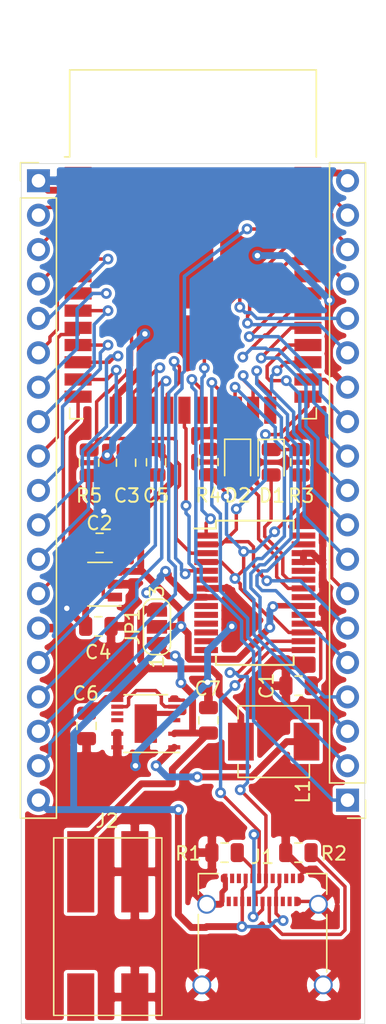
<source format=kicad_pcb>
(kicad_pcb (version 20171130) (host pcbnew "(5.1.4-0-10_14)")
  (layers (0 F.Cu signal) (31 B.Cu signal) (34 B.Paste user) (35 F.Paste user) (36 B.SilkS user) (37 F.SilkS user) (38 B.Mask user) (39 F.Mask user) (44 Edge.Cuts user))
  (net 0 "")
  (net 1 GND)
  (net 2 "Net-(C2-Pad1)")
  (net 3 /5v)
  (net 4 /3v3)
  (net 5 "Net-(D1-Pad1)")
  (net 6 /txled)
  (net 7 /rxled)
  (net 8 "Net-(D2-Pad1)")
  (net 9 "Net-(J1-PadA2)")
  (net 10 "Net-(J1-PadA3)")
  (net 11 "Net-(J1-PadA10)")
  (net 12 "Net-(J1-PadA8)")
  (net 13 "Net-(J1-PadA11)")
  (net 14 "Net-(J1-PadB2)")
  (net 15 "Net-(J1-PadB3)")
  (net 16 "Net-(J1-PadB8)")
  (net 17 "Net-(J1-PadB10)")
  (net 18 "Net-(J1-PadB11)")
  (net 19 "Net-(J3-Pad3)")
  (net 20 "Net-(J3-Pad4)")
  (net 21 "Net-(J3-Pad5)")
  (net 22 "Net-(J3-Pad6)")
  (net 23 "Net-(J3-Pad7)")
  (net 24 "Net-(J3-Pad8)")
  (net 25 "Net-(J3-Pad9)")
  (net 26 "Net-(J3-Pad10)")
  (net 27 "Net-(J3-Pad11)")
  (net 28 "Net-(J3-Pad12)")
  (net 29 "Net-(J3-Pad13)")
  (net 30 "Net-(J3-Pad15)")
  (net 31 "Net-(J3-Pad16)")
  (net 32 "Net-(J3-Pad17)")
  (net 33 "Net-(J3-Pad18)")
  (net 34 "Net-(J4-Pad18)")
  (net 35 "Net-(J4-Pad17)")
  (net 36 "Net-(J4-Pad16)")
  (net 37 "Net-(J4-Pad15)")
  (net 38 "Net-(J4-Pad14)")
  (net 39 "Net-(J4-Pad12)")
  (net 40 "Net-(J4-Pad11)")
  (net 41 "Net-(J4-Pad10)")
  (net 42 "Net-(J4-Pad9)")
  (net 43 "Net-(J4-Pad8)")
  (net 44 "Net-(J4-Pad7)")
  (net 45 "Net-(J4-Pad5)")
  (net 46 "Net-(J4-Pad4)")
  (net 47 "Net-(J4-Pad3)")
  (net 48 "Net-(J4-Pad2)")
  (net 49 "Net-(J4-Pad1)")
  (net 50 "Net-(L1-Pad2)")
  (net 51 "Net-(U2-Pad10)")
  (net 52 "Net-(U2-Pad11)")
  (net 53 "Net-(U2-Pad12)")
  (net 54 "Net-(U2-Pad5)")
  (net 55 "Net-(U3-Pad6)")
  (net 56 "Net-(U3-Pad9)")
  (net 57 "Net-(U3-Pad10)")
  (net 58 "Net-(U3-Pad11)")
  (net 59 "Net-(U3-Pad12)")
  (net 60 "Net-(U3-Pad13)")
  (net 61 "Net-(U3-Pad14)")
  (net 62 "Net-(U3-Pad19)")
  (net 63 "Net-(U3-Pad27)")
  (net 64 "Net-(U3-Pad28)")
  (net 65 "Net-(U4-Pad32)")
  (net 66 /Vext)
  (net 67 /Vccio)
  (net 68 /Vbuck)
  (net 69 /CC1)
  (net 70 /D-)
  (net 71 /D+)
  (net 72 /CC2)
  (net 73 /EN-RTS)
  (net 74 /DTR-IO0)
  (module Connector_PinHeader_2.54mm:PinHeader_1x19_P2.54mm_Vertical (layer F.Cu) (at 1.27 1.27)
    (fp_text reference J3 hide)
    (fp_text value Conn_01x19 hide)
    (pad 1 thru_hole rect (at 0 0) (size 1.7 1.7) (drill 1) (layers *.Cu *.Mask) (net 4 /3v3))
    (pad 2 thru_hole oval (at 0 2.54) (size 1.7 1.7) (drill 1) (layers *.Cu *.Mask) (net 73 /EN-RTS))
    (pad 3 thru_hole oval (at 0 5.08) (size 1.7 1.7) (drill 1) (layers *.Cu *.Mask) (net 19 "Net-(J3-Pad3)"))
    (pad 4 thru_hole oval (at 0 7.62) (size 1.7 1.7) (drill 1) (layers *.Cu *.Mask) (net 20 "Net-(J3-Pad4)"))
    (pad 5 thru_hole oval (at 0 10.16) (size 1.7 1.7) (drill 1) (layers *.Cu *.Mask) (net 21 "Net-(J3-Pad5)"))
    (pad 6 thru_hole oval (at 0 12.7) (size 1.7 1.7) (drill 1) (layers *.Cu *.Mask) (net 22 "Net-(J3-Pad6)"))
    (pad 7 thru_hole oval (at 0 15.24) (size 1.7 1.7) (drill 1) (layers *.Cu *.Mask) (net 23 "Net-(J3-Pad7)"))
    (pad 8 thru_hole oval (at 0 17.78) (size 1.7 1.7) (drill 1) (layers *.Cu *.Mask) (net 24 "Net-(J3-Pad8)"))
    (pad 9 thru_hole oval (at 0 20.32) (size 1.7 1.7) (drill 1) (layers *.Cu *.Mask) (net 25 "Net-(J3-Pad9)"))
    (pad 10 thru_hole oval (at 0 22.86) (size 1.7 1.7) (drill 1) (layers *.Cu *.Mask) (net 26 "Net-(J3-Pad10)"))
    (pad 11 thru_hole oval (at 0 25.4) (size 1.7 1.7) (drill 1) (layers *.Cu *.Mask) (net 27 "Net-(J3-Pad11)"))
    (pad 12 thru_hole oval (at 0 27.94) (size 1.7 1.7) (drill 1) (layers *.Cu *.Mask) (net 28 "Net-(J3-Pad12)"))
    (pad 13 thru_hole oval (at 0 30.48) (size 1.7 1.7) (drill 1) (layers *.Cu *.Mask) (net 29 "Net-(J3-Pad13)"))
    (pad 14 thru_hole oval (at 0 33.02) (size 1.7 1.7) (drill 1) (layers *.Cu *.Mask) (net 1 GND))
    (pad 15 thru_hole oval (at 0 35.56) (size 1.7 1.7) (drill 1) (layers *.Cu *.Mask) (net 30 "Net-(J3-Pad15)"))
    (pad 16 thru_hole oval (at 0 38.1) (size 1.7 1.7) (drill 1) (layers *.Cu *.Mask) (net 31 "Net-(J3-Pad16)"))
    (pad 17 thru_hole oval (at 0 40.64) (size 1.7 1.7) (drill 1) (layers *.Cu *.Mask) (net 32 "Net-(J3-Pad17)"))
    (pad 18 thru_hole oval (at 0 43.18) (size 1.7 1.7) (drill 1) (layers *.Cu *.Mask) (net 33 "Net-(J3-Pad18)"))
    (pad 19 thru_hole oval (at 0 45.72) (size 1.7 1.7) (drill 1) (layers *.Cu *.Mask) (net 3 /5v))
  )
  (module Connector_USB:USB_C_Receptacle_Amphenol_12401610E4-2A_CircularHoles (layer F.Cu) (at 17.8435 57.785)
    (fp_text reference J1 (at 0 -6.604) (layer F.SilkS))
    (fp_text value USB_C_Receptacle hide)
    (pad S1 thru_hole circle (at -4.13 -3.11) (size 1.4 1.4) (drill 1.1) (layers *.Cu *.Mask) (net 1 GND))
    (pad A1 smd rect (at -2.75 -5.02) (size 0.3 0.7) (layers F.Cu F.Paste F.Mask) (net 1 GND))
    (pad A2 smd rect (at -2.25 -5.02) (size 0.3 0.7) (layers F.Cu F.Paste F.Mask) (net 9 "Net-(J1-PadA2)"))
    (pad A3 smd rect (at -1.75 -5.02) (size 0.3 0.7) (layers F.Cu F.Paste F.Mask) (net 10 "Net-(J1-PadA3)"))
    (pad A4 smd rect (at -1.25 -5.02) (size 0.3 0.7) (layers F.Cu F.Paste F.Mask) (net 3 /5v))
    (pad A5 smd rect (at -0.75 -5.02) (size 0.3 0.7) (layers F.Cu F.Paste F.Mask) (net 69 /CC1))
    (pad A6 smd rect (at -0.25 -5.02) (size 0.3 0.7) (layers F.Cu F.Paste F.Mask) (net 70 /D-))
    (pad A7 smd rect (at 0.25 -5.02) (size 0.3 0.7) (layers F.Cu F.Paste F.Mask) (net 71 /D+))
    (pad A12 smd rect (at 2.75 -5.02) (size 0.3 0.7) (layers F.Cu F.Paste F.Mask) (net 1 GND))
    (pad A10 smd rect (at 1.75 -5.02) (size 0.3 0.7) (layers F.Cu F.Paste F.Mask) (net 11 "Net-(J1-PadA10)"))
    (pad A9 smd rect (at 1.25 -5.02) (size 0.3 0.7) (layers F.Cu F.Paste F.Mask) (net 3 /5v))
    (pad A8 smd rect (at 0.75 -5.02) (size 0.3 0.7) (layers F.Cu F.Paste F.Mask) (net 12 "Net-(J1-PadA8)"))
    (pad A11 smd rect (at 2.25 -5.02) (size 0.3 0.7) (layers F.Cu F.Paste F.Mask) (net 13 "Net-(J1-PadA11)"))
    (pad B1 smd rect (at 2.5 -3.32) (size 0.3 0.7) (layers F.Cu F.Paste F.Mask) (net 1 GND))
    (pad S1 thru_hole circle (at 4.13 -3.11) (size 1.4 1.4) (drill 1.1) (layers *.Cu *.Mask) (net 1 GND))
    (pad S1 thru_hole circle (at 4.49 2.84) (size 1.4 1.4) (drill 1.1) (layers *.Cu *.Mask) (net 1 GND))
    (pad S1 thru_hole circle (at -4.49 2.84) (size 1.4 1.4) (drill 1.1) (layers *.Cu *.Mask) (net 1 GND))
    (pad "" np_thru_hole circle (at 3.6 -4.36) (size 0.95 0.95) (drill 0.95) (layers *.Cu *.Mask))
    (pad "" np_thru_hole circle (at -3.6 -4.36) (size 0.65 0.65) (drill 0.65) (layers *.Cu *.Mask))
    (pad B2 smd rect (at 2 -3.32) (size 0.3 0.7) (layers F.Cu F.Paste F.Mask) (net 14 "Net-(J1-PadB2)"))
    (pad B3 smd rect (at 1.5 -3.32) (size 0.3 0.7) (layers F.Cu F.Paste F.Mask) (net 15 "Net-(J1-PadB3)"))
    (pad B4 smd rect (at 1 -3.32) (size 0.3 0.7) (layers F.Cu F.Paste F.Mask) (net 3 /5v))
    (pad B5 smd rect (at 0.5 -3.32) (size 0.3 0.7) (layers F.Cu F.Paste F.Mask) (net 72 /CC2))
    (pad B6 smd rect (at 0 -3.32) (size 0.3 0.7) (layers F.Cu F.Paste F.Mask) (net 70 /D-))
    (pad B7 smd rect (at -0.5 -3.32) (size 0.3 0.7) (layers F.Cu F.Paste F.Mask) (net 71 /D+))
    (pad B8 smd rect (at -1 -3.32) (size 0.3 0.7) (layers F.Cu F.Paste F.Mask) (net 16 "Net-(J1-PadB8)"))
    (pad B9 smd rect (at -1.5 -3.32) (size 0.3 0.7) (layers F.Cu F.Paste F.Mask) (net 3 /5v))
    (pad B10 smd rect (at -2 -3.32) (size 0.3 0.7) (layers F.Cu F.Paste F.Mask) (net 17 "Net-(J1-PadB10)"))
    (pad B11 smd rect (at -2.5 -3.32) (size 0.3 0.7) (layers F.Cu F.Paste F.Mask) (net 18 "Net-(J1-PadB11)"))
    (pad B12 smd rect (at -3 -3.32) (size 0.3 0.7) (layers F.Cu F.Paste F.Mask) (net 1 GND))
  )
  (module Connector_PinHeader_2.54mm:PinHeader_1x19_P2.54mm_Vertical (layer F.Cu) (at 24.13 46.99 180)
    (fp_text reference J4 hide)
    (fp_text value Conn_01x19 hide)
    (pad 19 thru_hole oval (at 0 45.72 180) (size 1.7 1.7) (drill 1) (layers *.Cu *.Mask) (net 1 GND))
    (pad 18 thru_hole oval (at 0 43.18 180) (size 1.7 1.7) (drill 1) (layers *.Cu *.Mask) (net 34 "Net-(J4-Pad18)"))
    (pad 17 thru_hole oval (at 0 40.64 180) (size 1.7 1.7) (drill 1) (layers *.Cu *.Mask) (net 35 "Net-(J4-Pad17)"))
    (pad 16 thru_hole oval (at 0 38.1 180) (size 1.7 1.7) (drill 1) (layers *.Cu *.Mask) (net 36 "Net-(J4-Pad16)"))
    (pad 15 thru_hole oval (at 0 35.56 180) (size 1.7 1.7) (drill 1) (layers *.Cu *.Mask) (net 37 "Net-(J4-Pad15)"))
    (pad 14 thru_hole oval (at 0 33.02 180) (size 1.7 1.7) (drill 1) (layers *.Cu *.Mask) (net 38 "Net-(J4-Pad14)"))
    (pad 13 thru_hole oval (at 0 30.48 180) (size 1.7 1.7) (drill 1) (layers *.Cu *.Mask) (net 1 GND))
    (pad 12 thru_hole oval (at 0 27.94 180) (size 1.7 1.7) (drill 1) (layers *.Cu *.Mask) (net 39 "Net-(J4-Pad12)"))
    (pad 11 thru_hole oval (at 0 25.4 180) (size 1.7 1.7) (drill 1) (layers *.Cu *.Mask) (net 40 "Net-(J4-Pad11)"))
    (pad 10 thru_hole oval (at 0 22.86 180) (size 1.7 1.7) (drill 1) (layers *.Cu *.Mask) (net 41 "Net-(J4-Pad10)"))
    (pad 9 thru_hole oval (at 0 20.32 180) (size 1.7 1.7) (drill 1) (layers *.Cu *.Mask) (net 42 "Net-(J4-Pad9)"))
    (pad 8 thru_hole oval (at 0 17.78 180) (size 1.7 1.7) (drill 1) (layers *.Cu *.Mask) (net 43 "Net-(J4-Pad8)"))
    (pad 7 thru_hole oval (at 0 15.24 180) (size 1.7 1.7) (drill 1) (layers *.Cu *.Mask) (net 44 "Net-(J4-Pad7)"))
    (pad 6 thru_hole oval (at 0 12.7 180) (size 1.7 1.7) (drill 1) (layers *.Cu *.Mask) (net 74 /DTR-IO0))
    (pad 5 thru_hole oval (at 0 10.16 180) (size 1.7 1.7) (drill 1) (layers *.Cu *.Mask) (net 45 "Net-(J4-Pad5)"))
    (pad 4 thru_hole oval (at 0 7.62 180) (size 1.7 1.7) (drill 1) (layers *.Cu *.Mask) (net 46 "Net-(J4-Pad4)"))
    (pad 3 thru_hole oval (at 0 5.08 180) (size 1.7 1.7) (drill 1) (layers *.Cu *.Mask) (net 47 "Net-(J4-Pad3)"))
    (pad 2 thru_hole oval (at 0 2.54 180) (size 1.7 1.7) (drill 1) (layers *.Cu *.Mask) (net 48 "Net-(J4-Pad2)"))
    (pad 1 thru_hole rect (at 0 0 180) (size 1.7 1.7) (drill 1) (layers *.Cu *.Mask) (net 49 "Net-(J4-Pad1)"))
  )
  (module Capacitor_SMD:C_0805_2012Metric (layer F.Cu) (at 20.5105 38.5445 180)
    (fp_text reference C1 (at 2.3645 0 270) (layer F.SilkS))
    (fp_text value 100nF)
    (pad 1 smd roundrect (at -0.9375 0 180) (size 0.975 1.4) (layers F.Cu F.Paste F.Mask) (net 67 /Vccio))
    (pad 2 smd roundrect (at 0.9375 0 180) (size 0.975 1.4) (layers F.Cu F.Paste F.Mask) (net 1 GND))
  )
  (module Capacitor_SMD:C_0805_2012Metric (layer F.Cu) (at 5.7935 28.0035)
    (fp_text reference C2 (at -0.015 -1.4605) (layer F.SilkS))
    (fp_text value 470pF)
    (pad 2 smd roundrect (at 0.9375 0) (size 0.975 1.4) (layers F.Cu F.Paste F.Mask) (net 1 GND))
    (pad 1 smd roundrect (at -0.9375 0) (size 0.975 1.4) (layers F.Cu F.Paste F.Mask) (net 2 "Net-(C2-Pad1)"))
  )
  (module Capacitor_SMD:C_0805_2012Metric (layer F.Cu) (at 7.747 22.083 270)
    (fp_text reference C3 (at 2.428 -0.0635 180) (layer F.SilkS))
    (fp_text value 100nF)
    (pad 2 smd roundrect (at 0.9375 0 270) (size 0.975 1.4) (layers F.Cu F.Paste F.Mask) (net 1 GND))
    (pad 1 smd roundrect (at -0.9375 0 270) (size 0.975 1.4) (layers F.Cu F.Paste F.Mask) (net 3 /5v))
  )
  (module Capacitor_SMD:C_0805_2012Metric (layer F.Cu) (at 5.7 34.163)
    (fp_text reference C4 (at -0.015 1.905) (layer F.SilkS))
    (fp_text value 2.2uF)
    (pad 1 smd roundrect (at -0.9375 0) (size 0.975 1.4) (layers F.Cu F.Paste F.Mask) (net 4 /3v3))
    (pad 2 smd roundrect (at 0.9375 0) (size 0.975 1.4) (layers F.Cu F.Paste F.Mask) (net 1 GND))
  )
  (module Capacitor_SMD:C_0805_2012Metric (layer F.Cu) (at 9.9695 22.0495 270)
    (fp_text reference C5 (at 2.4615 0 180) (layer F.SilkS))
    (fp_text value 4.7uF)
    (pad 2 smd roundrect (at 0.9375 0 270) (size 0.975 1.4) (layers F.Cu F.Paste F.Mask) (net 1 GND))
    (pad 1 smd roundrect (at -0.9375 0 270) (size 0.975 1.4) (layers F.Cu F.Paste F.Mask) (net 3 /5v))
  )
  (module Capacitor_SMD:C_0805_2012Metric (layer F.Cu) (at 4.826 41.514 270)
    (fp_text reference C6 (at -2.398 0.0635 180) (layer F.SilkS))
    (fp_text value 350uF)
    (pad 1 smd roundrect (at -0.9375 0 270) (size 0.975 1.4) (layers F.Cu F.Paste F.Mask) (net 68 /Vbuck))
    (pad 2 smd roundrect (at 0.9375 0 270) (size 0.975 1.4) (layers F.Cu F.Paste F.Mask) (net 1 GND))
  )
  (module LED_SMD:LED_0805_2012Metric (layer F.Cu) (at 18.4785 22.0495 270)
    (fp_text reference D1 (at 2.4615 -0.0635 180) (layer F.SilkS))
    (fp_text value LED)
    (pad 1 smd roundrect (at -0.9375 0 270) (size 0.975 1.4) (layers F.Cu F.Paste F.Mask) (net 5 "Net-(D1-Pad1)"))
    (pad 2 smd roundrect (at 0.9375 0 270) (size 0.975 1.4) (layers F.Cu F.Paste F.Mask) (net 6 /txled))
  )
  (module LED_SMD:LED_0805_2012Metric (layer F.Cu) (at 16.002 22.0345 270)
    (fp_text reference D2 (at 2.4615 0 180) (layer F.SilkS))
    (fp_text value LED)
    (pad 2 smd roundrect (at 0.9375 0 270) (size 0.975 1.4) (layers F.Cu F.Paste F.Mask) (net 7 /rxled))
    (pad 1 smd roundrect (at -0.9375 0 270) (size 0.975 1.4) (layers F.Cu F.Paste F.Mask) (net 8 "Net-(D2-Pad1)"))
  )
  (module kicad-library-liyanage:WAGO_2060-451_998-404 (layer F.Cu) (at 9.398 49.276 270)
    (fp_text reference J2 (at -0.762 3.048 180) (layer F.SilkS))
    (fp_text value WAGO_2060-451_998-404 hide)
    (pad 2 smd rect (at 12.25 5 270) (size 3.5 2) (layers F.Cu F.Paste F.Mask) (net 66 /Vext))
    (pad 2 smd rect (at 3 5 270) (size 6 2) (layers F.Cu F.Paste F.Mask) (net 66 /Vext))
    (pad 1 smd rect (at 12.25 1 270) (size 3.5 2) (layers F.Cu F.Paste F.Mask) (net 1 GND))
    (pad 1 smd rect (at 3 1 270) (size 6 2) (layers F.Cu F.Paste F.Mask) (net 1 GND))
  )
  (module Jumper:SolderJumper-3_P1.3mm_Open_RoundedPad1.0x1.5mm_NumberLabels (layer F.Cu) (at 10.033 34.1965 90)
    (fp_text reference JP1 (at 0 -1.8 90) (layer F.SilkS))
    (fp_text value 5v_source hide)
    (fp_text user 3 (at 2.6 0 90) (layer F.SilkS))
    (fp_text user 1 (at -2.6 0 90) (layer F.SilkS))
    (pad 1 smd custom (at -1.3 0 90) (size 1 0.5) (layers F.Cu F.Mask) (net 66 /Vext) (options (clearance outline) (anchor rect)) (primitives (gr_circle (center 0 0.25) (end 0.5 0.25) (width 0)) (gr_circle (center 0 -0.25) (end 0.5 -0.25) (width 0)) (gr_poly (pts (xy 0.55 -0.75) (xy 0 -0.75) (xy 0 0.75) (xy 0.55 0.75)) (width 0))))
    (pad 3 smd custom (at 1.3 0 90) (size 1 0.5) (layers F.Cu F.Mask) (net 68 /Vbuck) (options (clearance outline) (anchor rect)) (primitives (gr_circle (center 0 0.25) (end 0.5 0.25) (width 0)) (gr_circle (center 0 -0.25) (end 0.5 -0.25) (width 0)) (gr_poly (pts (xy -0.55 -0.75) (xy 0 -0.75) (xy 0 0.75) (xy -0.55 0.75)) (width 0))))
    (pad 2 smd rect (at 0 0 90) (size 1 1.5) (layers F.Cu F.Mask) (net 3 /5v))
  )
  (module Inductor_SMD:L_Vishay_IHLP-2020 (layer F.Cu) (at 18.669 42.672)
    (fp_text reference L1 (at 2.159 3.683 270) (layer F.SilkS))
    (fp_text value 10uH hide)
    (pad 1 smd rect (at -2.4265 0) (size 1.903 2.79) (layers F.Cu F.Paste F.Mask) (net 68 /Vbuck))
    (pad 2 smd rect (at 2.4265 0) (size 1.903 2.79) (layers F.Cu F.Paste F.Mask) (net 50 "Net-(L1-Pad2)"))
  )
  (module Resistor_SMD:R_0805_2012Metric (layer F.Cu) (at 15.0345 50.8635)
    (fp_text reference R1 (at -2.682 0.0635) (layer F.SilkS))
    (fp_text value 5.1k)
    (pad 1 smd roundrect (at -0.9375 0) (size 0.975 1.4) (layers F.Cu F.Paste F.Mask) (net 1 GND))
    (pad 2 smd roundrect (at 0.9375 0) (size 0.975 1.4) (layers F.Cu F.Paste F.Mask) (net 69 /CC1))
  )
  (module Resistor_SMD:R_0805_2012Metric (layer F.Cu) (at 20.4955 50.8635)
    (fp_text reference R2 (at 2.6185 0.0635) (layer F.SilkS))
    (fp_text value 5.1k)
    (pad 2 smd roundrect (at 0.9375 0) (size 0.975 1.4) (layers F.Cu F.Paste F.Mask) (net 72 /CC2))
    (pad 1 smd roundrect (at -0.9375 0) (size 0.975 1.4) (layers F.Cu F.Paste F.Mask) (net 1 GND))
  )
  (module Resistor_SMD:R_0805_2012Metric (layer F.Cu) (at 20.6375 22.0495 90)
    (fp_text reference R3 (at -2.4765 0.0635 180) (layer F.SilkS))
    (fp_text value 270)
    (pad 1 smd roundrect (at -0.9375 0 90) (size 0.975 1.4) (layers F.Cu F.Paste F.Mask) (net 67 /Vccio))
    (pad 2 smd roundrect (at 0.9375 0 90) (size 0.975 1.4) (layers F.Cu F.Paste F.Mask) (net 5 "Net-(D1-Pad1)"))
  )
  (module Resistor_SMD:R_0805_2012Metric (layer F.Cu) (at 13.843 22.0345 90)
    (fp_text reference R4 (at -2.4615 0 180) (layer F.SilkS))
    (fp_text value 270)
    (pad 2 smd roundrect (at 0.9375 0 90) (size 0.975 1.4) (layers F.Cu F.Paste F.Mask) (net 8 "Net-(D2-Pad1)"))
    (pad 1 smd roundrect (at -0.9375 0 90) (size 0.975 1.4) (layers F.Cu F.Paste F.Mask) (net 67 /Vccio))
  )
  (module Resistor_SMD:R_0805_2012Metric (layer F.Cu) (at 5.0165 22.083 90)
    (fp_text reference R5 (at -2.428 0 180) (layer F.SilkS))
    (fp_text value 10k)
    (pad 1 smd roundrect (at -0.9375 0 90) (size 0.975 1.4) (layers F.Cu F.Paste F.Mask) (net 4 /3v3))
    (pad 2 smd roundrect (at 0.9375 0 90) (size 0.975 1.4) (layers F.Cu F.Paste F.Mask) (net 73 /EN-RTS))
  )
  (module Package_TO_SOT_SMD:SOT-23-5 (layer F.Cu) (at 5.8215 31.0515 180)
    (fp_text reference U1 hide)
    (fp_text value MIC5219-3.3YM5 hide)
    (pad 1 smd rect (at -1.1 -0.95 180) (size 1.06 0.65) (layers F.Cu F.Paste F.Mask) (net 3 /5v))
    (pad 2 smd rect (at -1.1 0 180) (size 1.06 0.65) (layers F.Cu F.Paste F.Mask) (net 1 GND))
    (pad 3 smd rect (at -1.1 0.95 180) (size 1.06 0.65) (layers F.Cu F.Paste F.Mask) (net 3 /5v))
    (pad 4 smd rect (at 1.1 0.95 180) (size 1.06 0.65) (layers F.Cu F.Paste F.Mask) (net 2 "Net-(C2-Pad1)"))
    (pad 5 smd rect (at 1.1 -0.95 180) (size 1.06 0.65) (layers F.Cu F.Paste F.Mask) (net 4 /3v3))
  )
  (module Package_SO:Linear_MSOP-12-16-1EP_3x4mm_P0.5mm (layer F.Cu) (at 9.2075 41.3385 180)
    (fp_text reference U2 hide)
    (fp_text value LTC3630MSE hide)
    (pad 17 smd rect (at 0 0 180) (size 1.651 2.845) (layers F.Cu F.Mask) (net 1 GND))
    (pad 9 smd rect (at 2.107 1.75 180) (size 0.889 0.305) (layers F.Cu F.Paste F.Mask) (net 68 /Vbuck))
    (pad 10 smd rect (at 2.107 1.25 180) (size 0.889 0.305) (layers F.Cu F.Paste F.Mask) (net 51 "Net-(U2-Pad10)"))
    (pad 11 smd rect (at 2.107 0.75 180) (size 0.889 0.305) (layers F.Cu F.Paste F.Mask) (net 52 "Net-(U2-Pad11)"))
    (pad 8 smd rect (at -2.107 1.75 180) (size 0.889 0.305) (layers F.Cu F.Paste F.Mask) (net 1 GND))
    (pad 7 smd rect (at -2.107 1.25 180) (size 0.889 0.305) (layers F.Cu F.Paste F.Mask) (net 51 "Net-(U2-Pad10)"))
    (pad 6 smd rect (at -2.107 0.75 180) (size 0.889 0.305) (layers F.Cu F.Paste F.Mask) (net 1 GND))
    (pad 16 smd rect (at 2.107 -1.75 180) (size 0.889 0.305) (layers F.Cu F.Paste F.Mask) (net 1 GND))
    (pad 14 smd rect (at 2.107 -0.75 180) (size 0.889 0.305) (layers F.Cu F.Paste F.Mask) (net 1 GND))
    (pad 12 smd rect (at 2.107 0.25 180) (size 0.889 0.305) (layers F.Cu F.Paste F.Mask) (net 53 "Net-(U2-Pad12)"))
    (pad 5 smd rect (at -2.107 0.25 180) (size 0.889 0.305) (layers F.Cu F.Paste F.Mask) (net 54 "Net-(U2-Pad5)"))
    (pad 3 smd rect (at -2.107 -0.75 180) (size 0.889 0.305) (layers F.Cu F.Paste F.Mask) (net 66 /Vext))
    (pad 1 smd rect (at -2.107 -1.75 180) (size 0.889 0.305) (layers F.Cu F.Paste F.Mask) (net 50 "Net-(L1-Pad2)"))
  )
  (module Package_SO:SSOP-28_5.3x10.2mm_P0.65mm (layer F.Cu) (at 17.272 31.6865)
    (fp_text reference U3 hide)
    (fp_text value FT232RL)
    (pad 1 smd rect (at -3.6 -4.225) (size 1.75 0.45) (layers F.Cu F.Paste F.Mask) (net 37 "Net-(J4-Pad15)"))
    (pad 2 smd rect (at -3.6 -3.575) (size 1.75 0.45) (layers F.Cu F.Paste F.Mask) (net 74 /DTR-IO0))
    (pad 3 smd rect (at -3.6 -2.925) (size 1.75 0.45) (layers F.Cu F.Paste F.Mask) (net 73 /EN-RTS))
    (pad 4 smd rect (at -3.6 -2.275) (size 1.75 0.45) (layers F.Cu F.Paste F.Mask) (net 67 /Vccio))
    (pad 5 smd rect (at -3.6 -1.625) (size 1.75 0.45) (layers F.Cu F.Paste F.Mask) (net 36 "Net-(J4-Pad16)"))
    (pad 6 smd rect (at -3.6 -0.975) (size 1.75 0.45) (layers F.Cu F.Paste F.Mask) (net 55 "Net-(U3-Pad6)"))
    (pad 7 smd rect (at -3.6 -0.325) (size 1.75 0.45) (layers F.Cu F.Paste F.Mask) (net 1 GND))
    (pad 8 smd rect (at -3.6 0.325) (size 1.75 0.45) (layers F.Cu F.Paste F.Mask))
    (pad 9 smd rect (at -3.6 0.975) (size 1.75 0.45) (layers F.Cu F.Paste F.Mask) (net 56 "Net-(U3-Pad9)"))
    (pad 10 smd rect (at -3.6 1.625) (size 1.75 0.45) (layers F.Cu F.Paste F.Mask) (net 57 "Net-(U3-Pad10)"))
    (pad 11 smd rect (at -3.6 2.275) (size 1.75 0.45) (layers F.Cu F.Paste F.Mask) (net 58 "Net-(U3-Pad11)"))
    (pad 12 smd rect (at -3.6 2.925) (size 1.75 0.45) (layers F.Cu F.Paste F.Mask) (net 59 "Net-(U3-Pad12)"))
    (pad 13 smd rect (at -3.6 3.575) (size 1.75 0.45) (layers F.Cu F.Paste F.Mask) (net 60 "Net-(U3-Pad13)"))
    (pad 14 smd rect (at -3.6 4.225) (size 1.75 0.45) (layers F.Cu F.Paste F.Mask) (net 61 "Net-(U3-Pad14)"))
    (pad 15 smd rect (at 3.6 4.225) (size 1.75 0.45) (layers F.Cu F.Paste F.Mask) (net 70 /D-))
    (pad 16 smd rect (at 3.6 3.575) (size 1.75 0.45) (layers F.Cu F.Paste F.Mask) (net 71 /D+))
    (pad 17 smd rect (at 3.6 2.925) (size 1.75 0.45) (layers F.Cu F.Paste F.Mask) (net 67 /Vccio))
    (pad 18 smd rect (at 3.6 2.275) (size 1.75 0.45) (layers F.Cu F.Paste F.Mask) (net 1 GND))
    (pad 19 smd rect (at 3.6 1.625) (size 1.75 0.45) (layers F.Cu F.Paste F.Mask) (net 62 "Net-(U3-Pad19)"))
    (pad 20 smd rect (at 3.6 0.975) (size 1.75 0.45) (layers F.Cu F.Paste F.Mask) (net 3 /5v))
    (pad 21 smd rect (at 3.6 0.325) (size 1.75 0.45) (layers F.Cu F.Paste F.Mask) (net 1 GND))
    (pad 22 smd rect (at 3.6 -0.325) (size 1.75 0.45) (layers F.Cu F.Paste F.Mask) (net 7 /rxled))
    (pad 23 smd rect (at 3.6 -0.975) (size 1.75 0.45) (layers F.Cu F.Paste F.Mask) (net 6 /txled))
    (pad 24 smd rect (at 3.6 -1.625) (size 1.75 0.45) (layers F.Cu F.Paste F.Mask))
    (pad 25 smd rect (at 3.6 -2.275) (size 1.75 0.45) (layers F.Cu F.Paste F.Mask) (net 1 GND))
    (pad 26 smd rect (at 3.6 -2.925) (size 1.75 0.45) (layers F.Cu F.Paste F.Mask) (net 1 GND))
    (pad 27 smd rect (at 3.6 -3.575) (size 1.75 0.45) (layers F.Cu F.Paste F.Mask) (net 63 "Net-(U3-Pad27)"))
    (pad 28 smd rect (at 3.6 -4.225) (size 1.75 0.45) (layers F.Cu F.Paste F.Mask) (net 64 "Net-(U3-Pad28)"))
  )
  (module RF_Module:ESP32-WROOM-32 (layer F.Cu) (at 12.7 8.9535)
    (fp_text reference U4 hide)
    (fp_text value ESP32-WROOM-32)
    (pad 39 smd rect (at -1 -0.755) (size 5 5) (layers F.Cu F.Paste F.Mask) (net 1 GND))
    (pad 1 smd rect (at -8.5 -8.255) (size 2 0.9) (layers F.Cu F.Paste F.Mask) (net 1 GND))
    (pad 2 smd rect (at -8.5 -6.985) (size 2 0.9) (layers F.Cu F.Paste F.Mask) (net 4 /3v3))
    (pad 3 smd rect (at -8.5 -5.715) (size 2 0.9) (layers F.Cu F.Paste F.Mask) (net 73 /EN-RTS))
    (pad 4 smd rect (at -8.5 -4.445) (size 2 0.9) (layers F.Cu F.Paste F.Mask) (net 19 "Net-(J3-Pad3)"))
    (pad 5 smd rect (at -8.5 -3.175) (size 2 0.9) (layers F.Cu F.Paste F.Mask) (net 20 "Net-(J3-Pad4)"))
    (pad 6 smd rect (at -8.5 -1.905) (size 2 0.9) (layers F.Cu F.Paste F.Mask) (net 21 "Net-(J3-Pad5)"))
    (pad 7 smd rect (at -8.5 -0.635) (size 2 0.9) (layers F.Cu F.Paste F.Mask) (net 22 "Net-(J3-Pad6)"))
    (pad 8 smd rect (at -8.5 0.635) (size 2 0.9) (layers F.Cu F.Paste F.Mask) (net 23 "Net-(J3-Pad7)"))
    (pad 9 smd rect (at -8.5 1.905) (size 2 0.9) (layers F.Cu F.Paste F.Mask) (net 24 "Net-(J3-Pad8)"))
    (pad 10 smd rect (at -8.5 3.175) (size 2 0.9) (layers F.Cu F.Paste F.Mask) (net 25 "Net-(J3-Pad9)"))
    (pad 11 smd rect (at -8.5 4.445) (size 2 0.9) (layers F.Cu F.Paste F.Mask) (net 26 "Net-(J3-Pad10)"))
    (pad 12 smd rect (at -8.5 5.715) (size 2 0.9) (layers F.Cu F.Paste F.Mask) (net 27 "Net-(J3-Pad11)"))
    (pad 13 smd rect (at -8.5 6.985) (size 2 0.9) (layers F.Cu F.Paste F.Mask) (net 28 "Net-(J3-Pad12)"))
    (pad 14 smd rect (at -8.5 8.255) (size 2 0.9) (layers F.Cu F.Paste F.Mask) (net 29 "Net-(J3-Pad13)"))
    (pad 15 smd rect (at -5.715 9.255 90) (size 2 0.9) (layers F.Cu F.Paste F.Mask) (net 1 GND))
    (pad 16 smd rect (at -4.445 9.255 90) (size 2 0.9) (layers F.Cu F.Paste F.Mask) (net 30 "Net-(J3-Pad15)"))
    (pad 17 smd rect (at -3.175 9.255 90) (size 2 0.9) (layers F.Cu F.Paste F.Mask) (net 31 "Net-(J3-Pad16)"))
    (pad 18 smd rect (at -1.905 9.255 90) (size 2 0.9) (layers F.Cu F.Paste F.Mask) (net 32 "Net-(J3-Pad17)"))
    (pad 19 smd rect (at -0.635 9.255 90) (size 2 0.9) (layers F.Cu F.Paste F.Mask) (net 33 "Net-(J3-Pad18)"))
    (pad 20 smd rect (at 0.635 9.255 90) (size 2 0.9) (layers F.Cu F.Paste F.Mask) (net 49 "Net-(J4-Pad1)"))
    (pad 21 smd rect (at 1.905 9.255 90) (size 2 0.9) (layers F.Cu F.Paste F.Mask) (net 48 "Net-(J4-Pad2)"))
    (pad 22 smd rect (at 3.175 9.255 90) (size 2 0.9) (layers F.Cu F.Paste F.Mask) (net 47 "Net-(J4-Pad3)"))
    (pad 23 smd rect (at 4.445 9.255 90) (size 2 0.9) (layers F.Cu F.Paste F.Mask) (net 46 "Net-(J4-Pad4)"))
    (pad 24 smd rect (at 5.715 9.255 90) (size 2 0.9) (layers F.Cu F.Paste F.Mask) (net 45 "Net-(J4-Pad5)"))
    (pad 25 smd rect (at 8.5 8.255) (size 2 0.9) (layers F.Cu F.Paste F.Mask) (net 74 /DTR-IO0))
    (pad 26 smd rect (at 8.5 6.985) (size 2 0.9) (layers F.Cu F.Paste F.Mask) (net 44 "Net-(J4-Pad7)"))
    (pad 27 smd rect (at 8.5 5.715) (size 2 0.9) (layers F.Cu F.Paste F.Mask) (net 43 "Net-(J4-Pad8)"))
    (pad 28 smd rect (at 8.5 4.445) (size 2 0.9) (layers F.Cu F.Paste F.Mask) (net 42 "Net-(J4-Pad9)"))
    (pad 29 smd rect (at 8.5 3.175) (size 2 0.9) (layers F.Cu F.Paste F.Mask) (net 41 "Net-(J4-Pad10)"))
    (pad 30 smd rect (at 8.5 1.905) (size 2 0.9) (layers F.Cu F.Paste F.Mask) (net 40 "Net-(J4-Pad11)"))
    (pad 31 smd rect (at 8.5 0.635) (size 2 0.9) (layers F.Cu F.Paste F.Mask) (net 39 "Net-(J4-Pad12)"))
    (pad 32 smd rect (at 8.5 -0.635) (size 2 0.9) (layers F.Cu F.Paste F.Mask) (net 65 "Net-(U4-Pad32)"))
    (pad 33 smd rect (at 8.5 -1.905) (size 2 0.9) (layers F.Cu F.Paste F.Mask) (net 38 "Net-(J4-Pad14)"))
    (pad 34 smd rect (at 8.5 -3.175) (size 2 0.9) (layers F.Cu F.Paste F.Mask) (net 37 "Net-(J4-Pad15)"))
    (pad 35 smd rect (at 8.5 -4.445) (size 2 0.9) (layers F.Cu F.Paste F.Mask) (net 36 "Net-(J4-Pad16)"))
    (pad 36 smd rect (at 8.5 -5.715) (size 2 0.9) (layers F.Cu F.Paste F.Mask) (net 35 "Net-(J4-Pad17)"))
    (pad 37 smd rect (at 8.5 -6.985) (size 2 0.9) (layers F.Cu F.Paste F.Mask) (net 34 "Net-(J4-Pad18)"))
    (pad 38 smd rect (at 8.5 -8.255) (size 2 0.9) (layers F.Cu F.Paste F.Mask) (net 1 GND))
  )
  (module Capacitor_SMD:C_0805_2012Metric (layer F.Cu) (at 13.843 41.0995 90)
    (fp_text reference C7 (at 2.3345 -0.0635 180) (layer F.SilkS))
    (fp_text value 4.7uF)
    (pad 1 smd roundrect (at -0.9375 0 90) (size 0.975 1.4) (layers F.Cu F.Paste F.Mask) (net 66 /Vext))
    (pad 2 smd roundrect (at 0.9375 0 90) (size 0.975 1.4) (layers F.Cu F.Paste F.Mask) (net 1 GND))
  )
  (gr_line (start 0 63.5) (end 0 0) (layer Edge.Cuts) (width 0.05))
  (gr_line (start 25.4 63.5) (end 0 63.5) (layer Edge.Cuts) (width 0.05))
  (gr_line (start 25.4 0) (end 25.4 63.5) (layer Edge.Cuts) (width 0.05))
  (gr_line (start 0 0) (end 25.4 0) (layer Edge.Cuts) (width 0.05))
  (segment (start 10.874477 30.5435) (end 12.342477 32.0115) (width 0.508) (layer F.Cu) (net 0))
  (segment (start 12.342477 32.0115) (end 13.672 32.0115) (width 0.508) (layer F.Cu) (net 0))
  (via (at 9.271 31.6865) (size 0.8) (drill 0.4) (layers F.Cu B.Cu) (net 0))
  (segment (start 9.3345 31.75) (end 9.271 31.6865) (width 0.508) (layer F.Cu) (net 0))
  (segment (start 9.3345 31.8135) (end 9.3345 31.75) (width 0.508) (layer F.Cu) (net 0))
  (segment (start 9.271 31.6865) (end 10.321991 30.635509) (width 0.508) (layer B.Cu) (net 0))
  (segment (start 10.874477 30.305477) (end 10.668 30.099) (width 0.508) (layer F.Cu) (net 0))
  (segment (start 10.874477 30.5435) (end 10.874477 30.305477) (width 0.508) (layer F.Cu) (net 0))
  (via (at 10.668 30.099) (size 0.8) (drill 0.4) (layers F.Cu B.Cu) (net 0))
  (segment (start 10.268001 30.581519) (end 10.321991 30.635509) (width 0.508) (layer B.Cu) (net 0))
  (segment (start 10.268001 30.498999) (end 10.268001 30.581519) (width 0.508) (layer B.Cu) (net 0))
  (segment (start 10.668 30.099) (end 10.268001 30.498999) (width 0.508) (layer B.Cu) (net 0))
  (segment (start 9.9575 40.5885) (end 9.2075 41.3385) (width 0.381) (layer F.Cu) (net 1))
  (segment (start 11.3145 40.5885) (end 9.9575 40.5885) (width 0.381) (layer F.Cu) (net 1))
  (via (at 8.4455 44.45) (size 0.8) (drill 0.4) (layers F.Cu B.Cu) (net 1))
  (via (at 13.7795 38.2905) (size 0.8) (drill 0.4) (layers F.Cu B.Cu) (net 1))
  (segment (start 8.4455 43.6245) (end 13.7795 38.2905) (width 0.508) (layer B.Cu) (net 1))
  (segment (start 8.4455 44.45) (end 8.4455 43.6245) (width 0.508) (layer B.Cu) (net 1))
  (segment (start 13.7795 40.0985) (end 13.843 40.162) (width 0.508) (layer F.Cu) (net 1))
  (segment (start 13.7795 38.2905) (end 13.7795 40.0985) (width 0.508) (layer F.Cu) (net 1))
  (segment (start 23.5585 0.6985) (end 24.13 1.27) (width 0.508) (layer F.Cu) (net 1))
  (segment (start 21.2 0.6985) (end 23.5585 0.6985) (width 0.508) (layer F.Cu) (net 1))
  (segment (start 15.3595 31.3615) (end 14.939202 31.3615) (width 0.508) (layer F.Cu) (net 1))
  (segment (start 13.672 31.3615) (end 15.3595 31.3615) (width 0.508) (layer F.Cu) (net 1))
  (segment (start 20.872 28.7615) (end 20.872 29.4115) (width 0.508) (layer F.Cu) (net 1))
  (segment (start 6.985 17.211298) (end 7.813298 16.383) (width 0.508) (layer F.Cu) (net 1))
  (segment (start 6.985 17.211298) (end 6.985 18.2085) (width 0.508) (layer F.Cu) (net 1))
  (segment (start 22.2885 29.528) (end 22.2885 31.724) (width 0.508) (layer F.Cu) (net 1))
  (segment (start 22.2885 31.724) (end 22.001 32.0115) (width 0.508) (layer F.Cu) (net 1))
  (segment (start 20.872 28.7615) (end 21.522 28.7615) (width 0.508) (layer F.Cu) (net 1))
  (segment (start 21.522 28.7615) (end 22.2885 29.528) (width 0.508) (layer F.Cu) (net 1))
  (segment (start 15.3595 31.3615) (end 15.566792 31.568792) (width 0.508) (layer F.Cu) (net 1))
  (via (at 15.566792 34.163) (size 0.8) (drill 0.4) (layers F.Cu B.Cu) (net 1))
  (segment (start 15.166793 34.562999) (end 15.566792 34.163) (width 0.508) (layer B.Cu) (net 1))
  (segment (start 13.7795 38.2905) (end 13.7795 35.950292) (width 0.508) (layer B.Cu) (net 1))
  (segment (start 15.566792 31.568792) (end 15.566792 33.597315) (width 0.508) (layer F.Cu) (net 1))
  (segment (start 15.566792 33.597315) (end 15.566792 34.163) (width 0.508) (layer F.Cu) (net 1))
  (segment (start 13.7795 35.950292) (end 15.166793 34.562999) (width 0.508) (layer B.Cu) (net 1))
  (segment (start 20.872 33.9615) (end 22.2775 33.9615) (width 0.254) (layer F.Cu) (net 1))
  (segment (start 22.001 32.0115) (end 20.872 32.0115) (width 0.254) (layer F.Cu) (net 1))
  (segment (start 22.2775 32.288) (end 22.001 32.0115) (width 0.254) (layer F.Cu) (net 1))
  (segment (start 22.2775 33.9615) (end 22.2775 32.288) (width 0.254) (layer F.Cu) (net 1))
  (segment (start 21.7635 54.465) (end 21.9735 54.675) (width 0.254) (layer F.Cu) (net 1))
  (segment (start 20.3435 54.465) (end 21.7635 54.465) (width 0.254) (layer F.Cu) (net 1))
  (segment (start 22.673499 53.468037) (end 22.673499 53.975001) (width 0.254) (layer F.Cu) (net 1))
  (segment (start 20.5935 52.765) (end 20.5935 52.565) (width 0.254) (layer F.Cu) (net 1))
  (segment (start 22.673499 53.975001) (end 21.9735 54.675) (width 0.254) (layer F.Cu) (net 1))
  (segment (start 20.5935 52.565) (end 20.9975 52.161) (width 0.254) (layer F.Cu) (net 1))
  (segment (start 20.9975 52.161) (end 21.366462 52.161) (width 0.254) (layer F.Cu) (net 1))
  (segment (start 21.366462 52.161) (end 22.673499 53.468037) (width 0.254) (layer F.Cu) (net 1))
  (segment (start 20.8555 52.161) (end 21.366462 52.161) (width 0.508) (layer F.Cu) (net 1))
  (segment (start 19.558 50.8635) (end 20.8555 52.161) (width 0.508) (layer F.Cu) (net 1))
  (segment (start 14.703449 54.675) (end 14.739499 54.63895) (width 0.508) (layer F.Cu) (net 1))
  (segment (start 13.7135 54.675) (end 14.703449 54.675) (width 0.508) (layer F.Cu) (net 1))
  (segment (start 14.8435 53.861) (end 14.8435 54.465) (width 0.381) (layer F.Cu) (net 1))
  (segment (start 15.0935 52.765) (end 15.0935 53.539962) (width 0.381) (layer F.Cu) (net 1))
  (segment (start 15.0935 53.539962) (end 14.8435 53.789962) (width 0.381) (layer F.Cu) (net 1))
  (segment (start 14.8435 53.789962) (end 14.8435 53.861) (width 0.381) (layer F.Cu) (net 1))
  (via (at 6.35 21.5265) (size 0.8) (drill 0.4) (layers F.Cu B.Cu) (net 1))
  (via (at 9.144 12.573) (size 0.8) (drill 0.4) (layers F.Cu B.Cu) (net 1))
  (segment (start 8.008228 13.708772) (end 9.144 12.573) (width 0.508) (layer B.Cu) (net 1))
  (segment (start 8.008228 19.172148) (end 8.008228 13.708772) (width 0.508) (layer B.Cu) (net 1))
  (segment (start 12.013 40.5885) (end 11.3145 40.5885) (width 0.254) (layer F.Cu) (net 1))
  (segment (start 12.020601 39.608999) (end 12.086001 39.674399) (width 0.254) (layer F.Cu) (net 1))
  (segment (start 11.3145 39.608999) (end 12.020601 39.608999) (width 0.254) (layer F.Cu) (net 1))
  (segment (start 11.3145 39.5885) (end 11.3145 39.608999) (width 0.254) (layer F.Cu) (net 1))
  (segment (start 12.086001 40.515499) (end 12.013 40.5885) (width 0.254) (layer F.Cu) (net 1))
  (segment (start 12.086001 39.674399) (end 12.086001 40.515499) (width 0.254) (layer F.Cu) (net 1))
  (via (at 17.4625 6.7945) (size 0.8) (drill 0.4) (layers F.Cu B.Cu) (net 1))
  (via (at 22.797185 10.096566) (size 0.8) (drill 0.4) (layers F.Cu B.Cu) (net 1))
  (segment (start 19.495119 6.7945) (end 22.797185 10.096566) (width 0.508) (layer B.Cu) (net 1))
  (segment (start 17.4625 6.7945) (end 19.495119 6.7945) (width 0.508) (layer B.Cu) (net 1))
  (segment (start 22.797185 15.177185) (end 24.13 16.51) (width 0.508) (layer F.Cu) (net 1))
  (segment (start 22.797185 10.096566) (end 22.797185 15.177185) (width 0.508) (layer F.Cu) (net 1))
  (segment (start 6.749999 20.430377) (end 8.008228 19.172148) (width 0.508) (layer B.Cu) (net 1))
  (segment (start 6.749999 21.126501) (end 6.749999 20.430377) (width 0.508) (layer B.Cu) (net 1))
  (segment (start 6.35 21.5265) (end 6.749999 21.126501) (width 0.508) (layer B.Cu) (net 1))
  (segment (start 22.2885 29.528) (end 22.2885 19.8755) (width 0.508) (layer F.Cu) (net 1))
  (segment (start 4.7215 28.138) (end 4.856 28.0035) (width 0.254) (layer F.Cu) (net 2))
  (segment (start 4.7215 30.1015) (end 4.7215 28.138) (width 0.254) (layer F.Cu) (net 2))
  (segment (start 6.1375 32.0015) (end 6.9215 32.0015) (width 0.254) (layer F.Cu) (net 3))
  (segment (start 6.064499 31.928499) (end 6.1375 32.0015) (width 0.254) (layer F.Cu) (net 3))
  (segment (start 6.064499 30.174501) (end 6.064499 31.928499) (width 0.254) (layer F.Cu) (net 3))
  (segment (start 6.1375 30.1015) (end 6.064499 30.174501) (width 0.254) (layer F.Cu) (net 3))
  (segment (start 6.9215 30.1015) (end 6.1375 30.1015) (width 0.254) (layer F.Cu) (net 3))
  (segment (start 16.3435 53.861) (end 16.3435 54.465) (width 0.254) (layer F.Cu) (net 3))
  (segment (start 16.5935 53.369) (end 16.3435 53.619) (width 0.254) (layer F.Cu) (net 3))
  (segment (start 16.3435 53.619) (end 16.3435 53.861) (width 0.254) (layer F.Cu) (net 3))
  (segment (start 16.5935 52.765) (end 16.5935 53.369) (width 0.254) (layer F.Cu) (net 3))
  (segment (start 18.8435 53.861) (end 18.8435 54.465) (width 0.254) (layer F.Cu) (net 3))
  (segment (start 18.8435 53.619) (end 18.8435 53.861) (width 0.254) (layer F.Cu) (net 3))
  (segment (start 19.0935 53.369) (end 18.8435 53.619) (width 0.254) (layer F.Cu) (net 3))
  (segment (start 19.0935 52.765) (end 19.0935 53.369) (width 0.254) (layer F.Cu) (net 3))
  (via (at 19.3675 55.88) (size 0.8) (drill 0.4) (layers F.Cu B.Cu) (net 3))
  (segment (start 18.8435 55.356) (end 19.3675 55.88) (width 0.254) (layer F.Cu) (net 3))
  (segment (start 18.8435 54.465) (end 18.8435 55.356) (width 0.254) (layer F.Cu) (net 3))
  (segment (start 18.357315 56.3245) (end 16.3195 56.3245) (width 0.254) (layer B.Cu) (net 3))
  (segment (start 18.801815 55.88) (end 18.357315 56.3245) (width 0.254) (layer B.Cu) (net 3))
  (via (at 16.3195 56.3245) (size 0.8) (drill 0.4) (layers F.Cu B.Cu) (net 3))
  (segment (start 19.3675 55.88) (end 18.801815 55.88) (width 0.254) (layer B.Cu) (net 3))
  (segment (start 16.3435 56.3005) (end 16.3435 54.465) (width 0.254) (layer F.Cu) (net 3))
  (segment (start 16.3195 56.3245) (end 16.3435 56.3005) (width 0.254) (layer F.Cu) (net 3))
  (segment (start 13.716 56.3245) (end 13.6525 56.388) (width 0.508) (layer F.Cu) (net 3))
  (segment (start 16.3195 56.3245) (end 13.716 56.3245) (width 0.508) (layer F.Cu) (net 3))
  (segment (start 13.6525 56.388) (end 12.573 56.388) (width 0.508) (layer F.Cu) (net 3))
  (via (at 11.6205 47.6885) (size 0.8) (drill 0.4) (layers F.Cu B.Cu) (net 3))
  (segment (start 11.6205 55.4355) (end 11.6205 47.6885) (width 0.508) (layer F.Cu) (net 3))
  (segment (start 12.573 56.388) (end 11.6205 55.4355) (width 0.508) (layer F.Cu) (net 3))
  (segment (start 1.9685 47.6885) (end 1.27 46.99) (width 0.508) (layer B.Cu) (net 3))
  (segment (start 11.6205 47.6885) (end 3.8735 47.6885) (width 0.508) (layer B.Cu) (net 3))
  (via (at 11.811 34.163) (size 0.8) (drill 0.4) (layers F.Cu B.Cu) (net 3))
  (segment (start 3.8735 42.1005) (end 11.811 34.163) (width 0.508) (layer B.Cu) (net 3))
  (segment (start 3.8735 47.6885) (end 3.8735 42.1005) (width 0.508) (layer B.Cu) (net 3))
  (segment (start 3.8735 47.6885) (end 1.9685 47.6885) (width 0.508) (layer B.Cu) (net 3))
  (segment (start 10.0665 34.163) (end 10.033 34.1965) (width 0.508) (layer F.Cu) (net 3))
  (segment (start 11.811 34.163) (end 10.0665 34.163) (width 0.508) (layer F.Cu) (net 3))
  (via (at 11.811 34.163) (size 0.8) (drill 0.4) (layers F.Cu B.Cu) (net 3))
  (segment (start 7.9595 30.1015) (end 6.9215 30.1015) (width 0.508) (layer F.Cu) (net 3))
  (segment (start 8.83377 30.1015) (end 7.9595 30.1015) (width 0.508) (layer F.Cu) (net 3))
  (segment (start 9.936 21.1455) (end 9.9695 21.112) (width 0.508) (layer F.Cu) (net 3))
  (segment (start 7.747 21.1455) (end 9.936 21.1455) (width 0.508) (layer F.Cu) (net 3))
  (segment (start 8.83377 25.809512) (end 8.83377 30.1015) (width 0.508) (layer F.Cu) (net 3))
  (segment (start 10.525737 21.668237) (end 10.525737 21.856455) (width 0.508) (layer F.Cu) (net 3))
  (segment (start 9.9695 21.112) (end 10.525737 21.668237) (width 0.508) (layer F.Cu) (net 3))
  (segment (start 10.525737 21.856455) (end 11.12351 22.454228) (width 0.508) (layer F.Cu) (net 3))
  (segment (start 11.12351 23.519772) (end 8.83377 25.809512) (width 0.508) (layer F.Cu) (net 3))
  (segment (start 11.12351 22.454228) (end 11.12351 23.519772) (width 0.508) (layer F.Cu) (net 3))
  (segment (start 11.811 32.962576) (end 8.949924 30.1015) (width 0.508) (layer F.Cu) (net 3))
  (segment (start 8.949924 30.1015) (end 8.83377 30.1015) (width 0.508) (layer F.Cu) (net 3))
  (segment (start 11.811 34.163) (end 11.811 32.962576) (width 0.508) (layer F.Cu) (net 3))
  (via (at 18.382835 34.236175) (size 0.8) (drill 0.4) (layers F.Cu B.Cu) (net 3))
  (segment (start 12.342999 36.499701) (end 12.433799 36.590501) (width 0.508) (layer F.Cu) (net 3))
  (segment (start 11.811 34.163) (end 12.342999 34.694999) (width 0.508) (layer F.Cu) (net 3))
  (segment (start 12.342999 34.694999) (end 12.342999 36.499701) (width 0.508) (layer F.Cu) (net 3))
  (segment (start 12.433799 36.590501) (end 16.028509 36.590501) (width 0.508) (layer F.Cu) (net 3))
  (segment (start 16.028509 36.590501) (end 17.982836 34.636174) (width 0.508) (layer F.Cu) (net 3))
  (segment (start 17.982836 34.636174) (end 18.382835 34.236175) (width 0.508) (layer F.Cu) (net 3))
  (via (at 18.6055 32.7025) (size 0.8) (drill 0.4) (layers F.Cu B.Cu) (net 3))
  (segment (start 18.382835 34.236175) (end 18.382835 32.925165) (width 0.508) (layer B.Cu) (net 3))
  (segment (start 18.382835 32.925165) (end 18.6055 32.7025) (width 0.508) (layer B.Cu) (net 3))
  (segment (start 18.6025 32.639) (end 20.828 32.639) (width 0.4064) (layer F.Cu) (net 3))
  (segment (start 1.9685 1.9685) (end 4.2 1.9685) (width 0.508) (layer F.Cu) (net 4))
  (segment (start 1.27 1.27) (end 1.9685 1.9685) (width 0.508) (layer F.Cu) (net 4))
  (segment (start 4.7625 32.0425) (end 4.7215 32.0015) (width 0.508) (layer F.Cu) (net 4))
  (segment (start 4.7625 34.163) (end 4.7625 32.0425) (width 0.508) (layer F.Cu) (net 4))
  (via (at 3.3655 32.8295) (size 0.8) (drill 0.4) (layers F.Cu B.Cu) (net 4))
  (segment (start 4.699 34.163) (end 3.3655 32.8295) (width 0.508) (layer F.Cu) (net 4))
  (segment (start 4.7625 34.163) (end 4.699 34.163) (width 0.508) (layer F.Cu) (net 4))
  (segment (start 3.765499 32.429501) (end 3.765499 27.984501) (width 0.508) (layer B.Cu) (net 4))
  (segment (start 3.3655 32.8295) (end 3.765499 32.429501) (width 0.508) (layer B.Cu) (net 4))
  (via (at 6.096 25.654) (size 0.8) (drill 0.4) (layers F.Cu B.Cu) (net 4))
  (segment (start 3.765499 27.984501) (end 6.096 25.654) (width 0.508) (layer B.Cu) (net 4))
  (segment (start 6.096 25.654) (end 5.0165 24.5745) (width 0.508) (layer F.Cu) (net 4))
  (segment (start 5.0165 24.5745) (end 5.0165 23.0205) (width 0.508) (layer F.Cu) (net 4))
  (segment (start 6.096 25.654) (end 6.495999 25.254001) (width 0.508) (layer B.Cu) (net 4))
  (segment (start 3.3655 32.8295) (end 3.3655 33.395185) (width 0.508) (layer F.Cu) (net 4))
  (segment (start 9.398009 22.351991) (end 6.096 25.654) (width 0.508) (layer B.Cu) (net 4))
  (segment (start 10.0965 13.964955) (end 9.398009 14.663446) (width 0.508) (layer B.Cu) (net 4))
  (segment (start 9.398009 14.663446) (end 9.398009 22.351991) (width 0.508) (layer B.Cu) (net 4))
  (segment (start 18.4785 21.112) (end 20.6375 21.112) (width 0.254) (layer F.Cu) (net 5))
  (segment (start 19.342012 28.863476) (end 18.005498 27.526962) (width 0.254) (layer F.Cu) (net 6))
  (segment (start 20.872 30.7115) (end 19.742999 30.711499) (width 0.254) (layer F.Cu) (net 6))
  (segment (start 18.4785 23.5745) (end 18.4785 22.987) (width 0.254) (layer F.Cu) (net 6))
  (segment (start 19.742999 30.711499) (end 19.342012 30.310512) (width 0.254) (layer F.Cu) (net 6))
  (segment (start 19.342012 30.310512) (end 19.342012 28.863476) (width 0.254) (layer F.Cu) (net 6))
  (segment (start 18.005498 27.526962) (end 18.005498 26.829038) (width 0.254) (layer F.Cu) (net 6))
  (segment (start 18.005498 26.829038) (end 18.4785 26.356036) (width 0.254) (layer F.Cu) (net 6))
  (segment (start 18.4785 26.356036) (end 18.4785 23.5745) (width 0.254) (layer F.Cu) (net 6))
  (segment (start 17.551487 27.715019) (end 17.551487 24.521487) (width 0.254) (layer F.Cu) (net 7))
  (segment (start 19.743 31.3615) (end 18.888001 30.506501) (width 0.254) (layer F.Cu) (net 7))
  (segment (start 20.872 31.3615) (end 19.743 31.3615) (width 0.254) (layer F.Cu) (net 7))
  (segment (start 18.888001 30.506501) (end 18.888001 29.051533) (width 0.254) (layer F.Cu) (net 7))
  (segment (start 17.551487 24.521487) (end 16.558237 23.528237) (width 0.254) (layer F.Cu) (net 7))
  (segment (start 16.558237 23.528237) (end 16.002 22.972) (width 0.254) (layer F.Cu) (net 7))
  (segment (start 18.888001 29.051533) (end 17.551487 27.715019) (width 0.254) (layer F.Cu) (net 7))
  (segment (start 16.002 21.097) (end 13.843 21.097) (width 0.254) (layer F.Cu) (net 8))
  (segment (start 17.0935 51.985) (end 17.0935 52.765) (width 0.254) (layer F.Cu) (net 69))
  (segment (start 15.972 50.8635) (end 17.0935 51.985) (width 0.254) (layer F.Cu) (net 69))
  (segment (start 15.138488 46.838962) (end 14.738489 46.438963) (width 0.254) (layer F.Cu) (net 70))
  (via (at 14.738489 46.438963) (size 0.8) (drill 0.4) (layers F.Cu B.Cu) (net 70))
  (segment (start 17.5935 49.293974) (end 15.138488 46.838962) (width 0.254) (layer F.Cu) (net 70))
  (via (at 17.2085 49.53) (size 0.8) (drill 0.4) (layers F.Cu B.Cu) (net 70))
  (segment (start 17.5935 49.526) (end 17.2125 49.526) (width 0.254) (layer F.Cu) (net 70))
  (segment (start 17.2125 49.526) (end 17.2085 49.53) (width 0.254) (layer F.Cu) (net 70))
  (segment (start 17.5935 52.765) (end 17.5935 49.526) (width 0.254) (layer F.Cu) (net 70))
  (segment (start 17.5935 49.526) (end 17.5935 49.293974) (width 0.254) (layer F.Cu) (net 70))
  (via (at 16.1925 46.228) (size 0.8) (drill 0.4) (layers F.Cu B.Cu) (net 71))
  (segment (start 18.0935 48.129) (end 16.1925 46.228) (width 0.254) (layer F.Cu) (net 71))
  (segment (start 18.0935 52.765) (end 18.0935 48.129) (width 0.254) (layer F.Cu) (net 71))
  (segment (start 17.416501 53.787999) (end 17.3435 53.861) (width 0.254) (layer F.Cu) (net 71))
  (segment (start 17.674501 53.787999) (end 17.416501 53.787999) (width 0.254) (layer F.Cu) (net 71))
  (segment (start 18.0935 53.369) (end 17.674501 53.787999) (width 0.254) (layer F.Cu) (net 71))
  (segment (start 17.3435 53.861) (end 17.3435 54.465) (width 0.254) (layer F.Cu) (net 71))
  (segment (start 18.0935 52.765) (end 18.0935 53.369) (width 0.254) (layer F.Cu) (net 71))
  (segment (start 1.8415 3.2385) (end 1.27 3.81) (width 0.254) (layer F.Cu) (net 73))
  (segment (start 4.2 3.2385) (end 1.8415 3.2385) (width 0.254) (layer F.Cu) (net 73))
  (segment (start 1.27 6.1845) (end 1.27 6.35) (width 0.254) (layer F.Cu) (net 19))
  (segment (start 2.946 4.5085) (end 1.27 6.1845) (width 0.254) (layer F.Cu) (net 19))
  (segment (start 4.2 4.5085) (end 2.946 4.5085) (width 0.254) (layer F.Cu) (net 19))
  (segment (start 2.447001 7.712999) (end 2.119999 8.040001) (width 0.254) (layer F.Cu) (net 20))
  (segment (start 2.119999 8.040001) (end 1.27 8.89) (width 0.254) (layer F.Cu) (net 20))
  (segment (start 2.447001 6.762897) (end 2.447001 7.712999) (width 0.254) (layer F.Cu) (net 20))
  (segment (start 3.431398 5.7785) (end 2.447001 6.762897) (width 0.254) (layer F.Cu) (net 20))
  (segment (start 4.2 5.7785) (end 3.431398 5.7785) (width 0.254) (layer F.Cu) (net 20))
  (via (at 6.4135 7.0485) (size 0.8) (drill 0.4) (layers F.Cu B.Cu) (net 21))
  (segment (start 4.2 7.0485) (end 6.4135 7.0485) (width 0.254) (layer F.Cu) (net 21))
  (segment (start 2.032 11.43) (end 1.27 11.43) (width 0.254) (layer B.Cu) (net 21))
  (segment (start 6.4135 7.0485) (end 2.032 11.43) (width 0.254) (layer B.Cu) (net 21))
  (segment (start 4.2 8.3185) (end 2.946 8.3185) (width 0.254) (layer F.Cu) (net 22))
  (segment (start 2.119999 13.120001) (end 1.27 13.97) (width 0.254) (layer F.Cu) (net 22))
  (segment (start 2.662867 8.601633) (end 2.662867 12.254963) (width 0.254) (layer F.Cu) (net 22))
  (segment (start 2.946 8.3185) (end 2.662867 8.601633) (width 0.254) (layer F.Cu) (net 22))
  (segment (start 2.662867 12.254963) (end 2.119999 12.797831) (width 0.254) (layer F.Cu) (net 22))
  (segment (start 2.119999 12.797831) (end 2.119999 13.120001) (width 0.254) (layer F.Cu) (net 22))
  (via (at 6.2865 9.5885) (size 0.8) (drill 0.4) (layers F.Cu B.Cu) (net 23))
  (segment (start 4.2 9.5885) (end 6.2865 9.5885) (width 0.254) (layer F.Cu) (net 23))
  (segment (start 6.2865 9.5885) (end 5.2705 9.5885) (width 0.254) (layer B.Cu) (net 23))
  (segment (start 5.2705 9.5885) (end 4.1275 10.7315) (width 0.254) (layer B.Cu) (net 23))
  (segment (start 4.1275 13.6525) (end 1.27 16.51) (width 0.254) (layer B.Cu) (net 23))
  (segment (start 4.1275 10.7315) (end 4.1275 13.6525) (width 0.254) (layer B.Cu) (net 23))
  (via (at 6.4135 10.8585) (size 0.8) (drill 0.4) (layers F.Cu B.Cu) (net 24))
  (segment (start 4.2 10.8585) (end 6.4135 10.8585) (width 0.254) (layer F.Cu) (net 24))
  (segment (start 2.119999 18.200001) (end 1.27 19.05) (width 0.254) (layer B.Cu) (net 24))
  (segment (start 5.391148 11.880852) (end 5.391148 14.928852) (width 0.254) (layer B.Cu) (net 24))
  (segment (start 6.4135 10.8585) (end 5.391148 11.880852) (width 0.254) (layer B.Cu) (net 24))
  (segment (start 5.391148 14.928852) (end 2.119999 18.200001) (width 0.254) (layer B.Cu) (net 24))
  (segment (start 4.2 12.621499) (end 2.938399 12.621499) (width 0.254) (layer F.Cu) (net 25))
  (segment (start 4.2 12.1285) (end 4.2 12.621499) (width 0.254) (layer F.Cu) (net 25))
  (segment (start 2.938399 12.621499) (end 2.667 12.892898) (width 0.254) (layer F.Cu) (net 25))
  (segment (start 2.667 20.193) (end 1.27 21.59) (width 0.254) (layer F.Cu) (net 25))
  (segment (start 2.667 12.892898) (end 2.667 20.193) (width 0.254) (layer F.Cu) (net 25))
  (via (at 6.4135 13.3985) (size 0.8) (drill 0.4) (layers F.Cu B.Cu) (net 26))
  (segment (start 4.2 13.3985) (end 6.4135 13.3985) (width 0.254) (layer F.Cu) (net 26))
  (segment (start 5.845159 13.966841) (end 5.845159 15.157663) (width 0.254) (layer B.Cu) (net 26))
  (segment (start 3.048 22.352) (end 2.119999 23.280001) (width 0.254) (layer B.Cu) (net 26))
  (segment (start 5.845159 15.157663) (end 3.048 17.954822) (width 0.254) (layer B.Cu) (net 26))
  (segment (start 3.048 17.954822) (end 3.048 22.352) (width 0.254) (layer B.Cu) (net 26))
  (segment (start 6.4135 13.3985) (end 5.845159 13.966841) (width 0.254) (layer B.Cu) (net 26))
  (segment (start 2.119999 23.280001) (end 1.27 24.13) (width 0.254) (layer B.Cu) (net 26))
  (segment (start 6.507419 14.6685) (end 6.968988 14.206931) (width 0.254) (layer F.Cu) (net 27))
  (segment (start 4.514537 21.202099) (end 6.29917 19.417466) (width 0.254) (layer B.Cu) (net 27))
  (segment (start 6.968988 14.206931) (end 7.154227 14.206931) (width 0.254) (layer F.Cu) (net 27))
  (segment (start 4.514537 23.425463) (end 4.514537 21.202099) (width 0.254) (layer B.Cu) (net 27))
  (segment (start 6.29917 19.417466) (end 6.29917 14.496303) (width 0.254) (layer B.Cu) (net 27))
  (segment (start 6.588542 14.206931) (end 7.154227 14.206931) (width 0.254) (layer B.Cu) (net 27))
  (segment (start 1.27 26.67) (end 4.514537 23.425463) (width 0.254) (layer B.Cu) (net 27))
  (segment (start 4.2 14.6685) (end 6.507419 14.6685) (width 0.254) (layer F.Cu) (net 27))
  (segment (start 6.29917 14.496303) (end 6.588542 14.206931) (width 0.254) (layer B.Cu) (net 27))
  (via (at 7.154227 14.206931) (size 0.8) (drill 0.4) (layers F.Cu B.Cu) (net 27))
  (via (at 7.026171 15.250181) (size 0.8) (drill 0.4) (layers F.Cu B.Cu) (net 28))
  (segment (start 4.2 15.9385) (end 6.337852 15.9385) (width 0.254) (layer F.Cu) (net 28))
  (segment (start 6.626172 15.65018) (end 7.026171 15.250181) (width 0.254) (layer F.Cu) (net 28))
  (segment (start 6.337852 15.9385) (end 6.626172 15.65018) (width 0.254) (layer F.Cu) (net 28))
  (segment (start 4.968548 21.390156) (end 7.026171 19.332533) (width 0.254) (layer B.Cu) (net 28))
  (segment (start 4.968548 25.511452) (end 4.968548 21.390156) (width 0.254) (layer B.Cu) (net 28))
  (segment (start 1.27 29.21) (end 4.968548 25.511452) (width 0.254) (layer B.Cu) (net 28))
  (segment (start 7.026171 19.332533) (end 7.026171 15.815866) (width 0.254) (layer B.Cu) (net 28))
  (segment (start 7.026171 15.815866) (end 7.026171 15.250181) (width 0.254) (layer B.Cu) (net 28))
  (segment (start 4.2 18.4875) (end 4.2 17.2085) (width 0.254) (layer F.Cu) (net 29))
  (segment (start 4.2 18.914) (end 4.2 18.4875) (width 0.254) (layer F.Cu) (net 29))
  (segment (start 3.12101 19.99299) (end 4.2 18.914) (width 0.254) (layer F.Cu) (net 29))
  (segment (start 3.1115 20.390567) (end 3.12101 20.381057) (width 0.254) (layer F.Cu) (net 29))
  (segment (start 3.1115 29.110462) (end 3.1115 20.390567) (width 0.254) (layer F.Cu) (net 29))
  (segment (start 3.12101 20.381057) (end 3.12101 19.99299) (width 0.254) (layer F.Cu) (net 29))
  (segment (start 2.6035 29.618462) (end 3.1115 29.110462) (width 0.254) (layer F.Cu) (net 29))
  (segment (start 2.6035 29.845) (end 2.6035 29.618462) (width 0.254) (layer F.Cu) (net 29))
  (segment (start 1.27 31.75) (end 2.119999 30.900001) (width 0.254) (layer F.Cu) (net 29))
  (segment (start 2.119999 30.900001) (end 2.119999 30.377499) (width 0.254) (layer F.Cu) (net 29))
  (segment (start 2.119999 30.377499) (end 2.0955 30.353) (width 0.254) (layer F.Cu) (net 29))
  (segment (start 2.0955 30.353) (end 2.6035 29.845) (width 0.254) (layer F.Cu) (net 29))
  (via (at 10.25201 15.073367) (size 0.8) (drill 0.4) (layers F.Cu B.Cu) (net 30))
  (segment (start 8.255 18.2085) (end 8.255 16.9545) (width 0.254) (layer F.Cu) (net 30))
  (segment (start 10.136133 15.073367) (end 10.25201 15.073367) (width 0.254) (layer F.Cu) (net 30))
  (segment (start 8.255 16.9545) (end 10.136133 15.073367) (width 0.254) (layer F.Cu) (net 30))
  (segment (start 9.915511 28.184489) (end 9.915511 22.656162) (width 0.254) (layer B.Cu) (net 30))
  (segment (start 9.979011 22.592662) (end 9.979011 15.346366) (width 0.254) (layer B.Cu) (net 30))
  (segment (start 9.979011 15.346366) (end 10.25201 15.073367) (width 0.254) (layer B.Cu) (net 30))
  (segment (start 1.27 36.83) (end 9.915511 28.184489) (width 0.254) (layer B.Cu) (net 30))
  (segment (start 9.915511 22.656162) (end 9.979011 22.592662) (width 0.254) (layer B.Cu) (net 30))
  (segment (start 9.525 16.9545) (end 10.429281 16.050219) (width 0.254) (layer F.Cu) (net 31))
  (segment (start 9.525 18.2085) (end 9.525 16.9545) (width 0.254) (layer F.Cu) (net 31))
  (segment (start 10.429281 16.050219) (end 10.706021 16.050219) (width 0.254) (layer F.Cu) (net 31))
  (via (at 10.706021 16.050219) (size 0.8) (drill 0.4) (layers F.Cu B.Cu) (net 31))
  (segment (start 10.433022 22.780719) (end 10.433022 16.323218) (width 0.254) (layer B.Cu) (net 31))
  (segment (start 10.388521 22.82522) (end 10.433022 22.780719) (width 0.254) (layer B.Cu) (net 31))
  (segment (start 1.27 39.37) (end 8.543999 32.096001) (width 0.254) (layer B.Cu) (net 31))
  (segment (start 8.543999 32.096001) (end 8.543999 30.956539) (width 0.254) (layer B.Cu) (net 31))
  (segment (start 10.388521 29.112017) (end 10.388521 22.82522) (width 0.254) (layer B.Cu) (net 31))
  (segment (start 8.543999 30.956539) (end 10.388521 29.112017) (width 0.254) (layer B.Cu) (net 31))
  (segment (start 10.433022 16.323218) (end 10.706021 16.050219) (width 0.254) (layer B.Cu) (net 31))
  (via (at 11.303 14.605) (size 0.8) (drill 0.4) (layers F.Cu B.Cu) (net 32))
  (segment (start 10.903001 16.929201) (end 10.903001 29.258039) (width 0.254) (layer B.Cu) (net 32))
  (segment (start 11.395001 31.784999) (end 2.119999 41.060001) (width 0.254) (layer B.Cu) (net 32))
  (segment (start 10.795 17.037204) (end 11.702999 16.129205) (width 0.254) (layer F.Cu) (net 32))
  (segment (start 11.433022 16.39918) (end 10.903001 16.929201) (width 0.254) (layer B.Cu) (net 32))
  (segment (start 11.395001 29.750039) (end 11.395001 31.784999) (width 0.254) (layer B.Cu) (net 32))
  (segment (start 11.303 15.170685) (end 11.433022 15.300707) (width 0.254) (layer B.Cu) (net 32))
  (segment (start 11.433022 15.300707) (end 11.433022 16.39918) (width 0.254) (layer B.Cu) (net 32))
  (segment (start 10.903001 29.258039) (end 11.395001 29.750039) (width 0.254) (layer B.Cu) (net 32))
  (segment (start 2.119999 41.060001) (end 1.27 41.91) (width 0.254) (layer B.Cu) (net 32))
  (segment (start 11.702999 16.129205) (end 11.702999 15.004999) (width 0.254) (layer F.Cu) (net 32))
  (segment (start 11.303 14.605) (end 11.303 15.170685) (width 0.254) (layer B.Cu) (net 32))
  (segment (start 11.702999 15.004999) (end 11.303 14.605) (width 0.254) (layer F.Cu) (net 32))
  (segment (start 10.795 18.2085) (end 10.795 17.037204) (width 0.254) (layer F.Cu) (net 32))
  (via (at 12.182489 25.247422) (size 0.8) (drill 0.4) (layers F.Cu B.Cu) (net 33))
  (segment (start 12.182489 19.579989) (end 12.182489 25.247422) (width 0.254) (layer F.Cu) (net 33))
  (segment (start 12.065 19.4625) (end 12.182489 19.579989) (width 0.254) (layer F.Cu) (net 33))
  (segment (start 12.065 18.2085) (end 12.065 19.4625) (width 0.254) (layer F.Cu) (net 33))
  (segment (start 12.407473 26.038091) (end 12.182489 25.813107) (width 0.254) (layer B.Cu) (net 33))
  (segment (start 1.27 44.45) (end 2.119999 43.600001) (width 0.254) (layer B.Cu) (net 33))
  (segment (start 12.407473 29.498768) (end 12.407473 26.038091) (width 0.254) (layer B.Cu) (net 33))
  (segment (start 12.849012 32.049024) (end 12.849012 29.940307) (width 0.254) (layer B.Cu) (net 33))
  (segment (start 2.119999 43.600001) (end 2.119999 42.778037) (width 0.254) (layer B.Cu) (net 33))
  (segment (start 12.182489 25.813107) (end 12.182489 25.247422) (width 0.254) (layer B.Cu) (net 33))
  (segment (start 2.119999 42.778037) (end 12.849012 32.049024) (width 0.254) (layer B.Cu) (net 33))
  (segment (start 12.849012 29.940307) (end 12.407473 29.498768) (width 0.254) (layer B.Cu) (net 33))
  (segment (start 24.13 3.6445) (end 24.13 3.81) (width 0.254) (layer F.Cu) (net 34))
  (segment (start 22.454 1.9685) (end 24.13 3.6445) (width 0.254) (layer F.Cu) (net 34))
  (segment (start 21.2 1.9685) (end 22.454 1.9685) (width 0.254) (layer F.Cu) (net 34))
  (segment (start 21.2 3.2385) (end 22.454 3.2385) (width 0.254) (layer F.Cu) (net 35))
  (segment (start 22.952999 3.737499) (end 22.952999 4.850829) (width 0.254) (layer F.Cu) (net 35))
  (segment (start 22.454 3.2385) (end 22.952999 3.737499) (width 0.254) (layer F.Cu) (net 35))
  (segment (start 22.952999 4.850829) (end 24.13 6.02783) (width 0.254) (layer F.Cu) (net 35))
  (segment (start 24.13 6.02783) (end 24.13 6.35) (width 0.254) (layer F.Cu) (net 35))
  (segment (start 23.280001 8.040001) (end 24.13 8.89) (width 0.254) (layer F.Cu) (net 36))
  (segment (start 22.952999 5.492897) (end 22.952999 7.712999) (width 0.254) (layer F.Cu) (net 36))
  (segment (start 21.968602 4.5085) (end 22.952999 5.492897) (width 0.254) (layer F.Cu) (net 36))
  (segment (start 21.2 4.5085) (end 21.968602 4.5085) (width 0.254) (layer F.Cu) (net 36))
  (segment (start 22.952999 7.712999) (end 23.280001 8.040001) (width 0.254) (layer F.Cu) (net 36))
  (via (at 12.122011 30.289268) (size 0.8) (drill 0.4) (layers F.Cu B.Cu) (net 36))
  (segment (start 13.672 30.0615) (end 12.349779 30.0615) (width 0.254) (layer F.Cu) (net 36))
  (segment (start 12.349779 30.0615) (end 12.122011 30.289268) (width 0.254) (layer F.Cu) (net 36))
  (segment (start 20.819 4.8895) (end 21.2 4.5085) (width 0.254) (layer F.Cu) (net 36))
  (segment (start 16.7005 4.826) (end 20.819 4.8895) (width 0.254) (layer F.Cu) (net 36))
  (via (at 16.7005 4.826) (size 0.8) (drill 0.4) (layers F.Cu B.Cu) (net 36))
  (segment (start 11.849012 30.016268) (end 12.122011 30.289268) (width 0.254) (layer B.Cu) (net 36))
  (segment (start 11.849012 29.561982) (end 11.849012 30.016268) (width 0.254) (layer B.Cu) (net 36))
  (segment (start 11.413895 29.126865) (end 11.849012 29.561982) (width 0.254) (layer B.Cu) (net 36))
  (segment (start 11.413895 17.060375) (end 11.413895 29.126865) (width 0.254) (layer B.Cu) (net 36))
  (segment (start 11.887032 16.587238) (end 11.413895 17.060375) (width 0.254) (layer B.Cu) (net 36))
  (segment (start 11.887033 15.513201) (end 11.887032 16.587238) (width 0.254) (layer B.Cu) (net 36))
  (segment (start 12.065 15.335234) (end 11.887033 15.513201) (width 0.254) (layer B.Cu) (net 36))
  (segment (start 12.065 8.3185) (end 12.065 15.335234) (width 0.254) (layer B.Cu) (net 36))
  (segment (start 16.7005 4.826) (end 12.065 8.3185) (width 0.254) (layer B.Cu) (net 36))
  (segment (start 19.946 5.7785) (end 21.2 5.7785) (width 0.254) (layer F.Cu) (net 37))
  (segment (start 18.51375 7.21075) (end 19.946 5.7785) (width 0.254) (layer F.Cu) (net 37))
  (via (at 16.161002 10.603599) (size 0.8) (drill 0.4) (layers F.Cu B.Cu) (net 37))
  (segment (start 18.51375 7.21075) (end 16.161002 9.563498) (width 0.254) (layer F.Cu) (net 37))
  (segment (start 16.161002 9.563498) (end 16.161002 10.037914) (width 0.254) (layer F.Cu) (net 37))
  (segment (start 16.161002 10.037914) (end 16.161002 10.603599) (width 0.254) (layer F.Cu) (net 37))
  (via (at 13.538331 15.095004) (size 0.8) (drill 0.4) (layers F.Cu B.Cu) (net 37))
  (segment (start 13.538331 14.529319) (end 13.538331 15.095004) (width 0.254) (layer F.Cu) (net 37))
  (segment (start 18.51375 7.21075) (end 13.538331 12.186169) (width 0.254) (layer F.Cu) (net 37))
  (segment (start 13.538331 12.186169) (end 13.538331 14.529319) (width 0.254) (layer F.Cu) (net 37))
  (segment (start 13.672 27.4615) (end 13.672 26.542425) (width 0.254) (layer F.Cu) (net 37))
  (via (at 13.995479 26.218946) (size 0.8) (drill 0.4) (layers F.Cu B.Cu) (net 37))
  (segment (start 13.672 26.542425) (end 13.995479 26.218946) (width 0.254) (layer F.Cu) (net 37))
  (segment (start 13.36351 25.586977) (end 13.59548 25.818947) (width 0.254) (layer B.Cu) (net 37))
  (segment (start 13.538331 15.095004) (end 13.538331 15.660689) (width 0.254) (layer B.Cu) (net 37))
  (segment (start 13.538331 15.660689) (end 13.36351 15.83551) (width 0.254) (layer B.Cu) (net 37))
  (segment (start 13.59548 25.818947) (end 13.995479 26.218946) (width 0.254) (layer B.Cu) (net 37))
  (segment (start 13.36351 15.83551) (end 13.36351 25.586977) (width 0.254) (layer B.Cu) (net 37))
  (segment (start 16.561001 11.003598) (end 16.161002 10.603599) (width 0.254) (layer B.Cu) (net 37))
  (segment (start 16.991182 11.003598) (end 16.561001 11.003598) (width 0.254) (layer B.Cu) (net 37))
  (segment (start 17.417584 11.43) (end 16.991182 11.003598) (width 0.254) (layer B.Cu) (net 37))
  (segment (start 24.13 11.43) (end 17.417584 11.43) (width 0.254) (layer B.Cu) (net 37))
  (segment (start 16.838651 11.891819) (end 16.733804 11.786972) (width 0.254) (layer B.Cu) (net 38))
  (segment (start 16.888012 10.106488) (end 16.888012 11.067079) (width 0.254) (layer F.Cu) (net 38))
  (segment (start 24.13 13.97) (end 22.051819 11.891819) (width 0.254) (layer B.Cu) (net 38))
  (via (at 16.733804 11.786972) (size 0.8) (drill 0.4) (layers F.Cu B.Cu) (net 38))
  (segment (start 21.2 7.0485) (end 19.946 7.0485) (width 0.254) (layer F.Cu) (net 38))
  (segment (start 16.733804 11.221287) (end 16.733804 11.786972) (width 0.254) (layer F.Cu) (net 38))
  (segment (start 22.051819 11.891819) (end 16.838651 11.891819) (width 0.254) (layer B.Cu) (net 38))
  (segment (start 16.888012 11.067079) (end 16.733804 11.221287) (width 0.254) (layer F.Cu) (net 38))
  (segment (start 19.946 7.0485) (end 16.888012 10.106488) (width 0.254) (layer F.Cu) (net 38))
  (segment (start 22.126532 15.882328) (end 19.022694 12.77849) (width 0.254) (layer B.Cu) (net 39))
  (via (at 16.863862 12.77849) (size 0.8) (drill 0.4) (layers F.Cu B.Cu) (net 39))
  (segment (start 24.13 19.05) (end 22.126532 17.046532) (width 0.254) (layer B.Cu) (net 39))
  (segment (start 17.429547 12.77849) (end 16.863862 12.77849) (width 0.254) (layer B.Cu) (net 39))
  (segment (start 22.126532 17.046532) (end 22.126532 15.882328) (width 0.254) (layer B.Cu) (net 39))
  (segment (start 19.022694 12.77849) (end 17.429547 12.77849) (width 0.254) (layer B.Cu) (net 39))
  (segment (start 17.263861 12.378491) (end 16.863862 12.77849) (width 0.254) (layer F.Cu) (net 39))
  (segment (start 21.2 9.5885) (end 20.053852 9.5885) (width 0.254) (layer F.Cu) (net 39))
  (segment (start 20.053852 9.5885) (end 17.263861 12.378491) (width 0.254) (layer F.Cu) (net 39))
  (segment (start 19.946 10.8585) (end 21.2 10.8585) (width 0.254) (layer F.Cu) (net 40))
  (segment (start 18.151489 12.653011) (end 19.946 10.8585) (width 0.254) (layer F.Cu) (net 40))
  (segment (start 22.571001 20.031001) (end 24.13 21.59) (width 0.254) (layer B.Cu) (net 40))
  (segment (start 22.571001 18.574039) (end 22.571001 20.031001) (width 0.254) (layer B.Cu) (net 40))
  (segment (start 21.637552 17.64059) (end 22.571001 18.574039) (width 0.254) (layer B.Cu) (net 40))
  (segment (start 21.637552 16.344305) (end 21.637552 17.64059) (width 0.254) (layer B.Cu) (net 40))
  (segment (start 19.025223 13.731976) (end 21.637552 16.344305) (width 0.254) (layer B.Cu) (net 40))
  (via (at 16.383 14.2875) (size 0.8) (drill 0.4) (layers F.Cu B.Cu) (net 40))
  (segment (start 18.092076 13.630576) (end 17.039924 13.630576) (width 0.254) (layer B.Cu) (net 40))
  (segment (start 18.193476 13.731976) (end 18.092076 13.630576) (width 0.254) (layer B.Cu) (net 40))
  (segment (start 17.039924 13.630576) (end 16.383 14.2875) (width 0.254) (layer B.Cu) (net 40))
  (segment (start 19.025223 13.731976) (end 18.193476 13.731976) (width 0.254) (layer B.Cu) (net 40))
  (segment (start 18.017489 12.653011) (end 16.383 14.2875) (width 0.254) (layer F.Cu) (net 40))
  (segment (start 18.151489 12.653011) (end 18.017489 12.653011) (width 0.254) (layer F.Cu) (net 40))
  (segment (start 21.2 12.1285) (end 19.946 12.1285) (width 0.254) (layer F.Cu) (net 41))
  (segment (start 19.946 12.1285) (end 18.015513 14.058987) (width 0.254) (layer F.Cu) (net 41))
  (segment (start 21.053499 19.398961) (end 21.053499 16.40232) (width 0.254) (layer B.Cu) (net 41))
  (via (at 17.743115 14.357577) (size 0.8) (drill 0.4) (layers F.Cu B.Cu) (net 41))
  (segment (start 21.053499 16.40232) (end 19.008756 14.357577) (width 0.254) (layer B.Cu) (net 41))
  (segment (start 24.13 24.13) (end 21.945542 21.945542) (width 0.254) (layer B.Cu) (net 41))
  (segment (start 21.945542 21.945542) (end 21.945542 20.291004) (width 0.254) (layer B.Cu) (net 41))
  (segment (start 21.945542 20.291004) (end 21.053499 19.398961) (width 0.254) (layer B.Cu) (net 41))
  (segment (start 19.008756 14.357577) (end 18.3088 14.357577) (width 0.254) (layer B.Cu) (net 41))
  (segment (start 18.3088 14.357577) (end 17.743115 14.357577) (width 0.254) (layer B.Cu) (net 41))
  (segment (start 18.015513 14.085179) (end 17.743115 14.357577) (width 0.254) (layer F.Cu) (net 41))
  (segment (start 18.015513 14.058987) (end 18.015513 14.085179) (width 0.254) (layer F.Cu) (net 41))
  (via (at 19.599996 16.024779) (size 0.8) (drill 0.4) (layers F.Cu B.Cu) (net 42))
  (segment (start 21.491531 24.031531) (end 21.491531 20.479061) (width 0.254) (layer B.Cu) (net 42))
  (segment (start 20.599488 19.587018) (end 20.599488 17.024271) (width 0.254) (layer B.Cu) (net 42))
  (segment (start 24.13 26.67) (end 21.491531 24.031531) (width 0.254) (layer B.Cu) (net 42))
  (segment (start 19.999995 16.424778) (end 19.599996 16.024779) (width 0.254) (layer B.Cu) (net 42))
  (segment (start 21.491531 20.479061) (end 20.599488 19.587018) (width 0.254) (layer B.Cu) (net 42))
  (segment (start 20.599488 17.024271) (end 19.999995 16.424778) (width 0.254) (layer B.Cu) (net 42))
  (segment (start 19.742093 13.3985) (end 18.183701 14.956892) (width 0.254) (layer F.Cu) (net 42))
  (segment (start 19.034311 16.024779) (end 19.599996 16.024779) (width 0.254) (layer F.Cu) (net 42))
  (segment (start 21.2 13.3985) (end 19.742093 13.3985) (width 0.254) (layer F.Cu) (net 42))
  (segment (start 18.393941 16.024779) (end 19.034311 16.024779) (width 0.254) (layer F.Cu) (net 42))
  (segment (start 18.183701 14.956892) (end 18.183701 15.814539) (width 0.254) (layer F.Cu) (net 42))
  (segment (start 18.183701 15.814539) (end 18.393941 16.024779) (width 0.254) (layer F.Cu) (net 42))
  (via (at 18.910711 15.297769) (size 0.8) (drill 0.4) (layers F.Cu B.Cu) (net 43))
  (segment (start 19.53998 14.6685) (end 19.31071 14.89777) (width 0.254) (layer F.Cu) (net 43))
  (segment (start 21.2 14.6685) (end 19.53998 14.6685) (width 0.254) (layer F.Cu) (net 43))
  (segment (start 19.31071 14.89777) (end 18.910711 15.297769) (width 0.254) (layer F.Cu) (net 43))
  (segment (start 24.13 29.21) (end 20.920031 26.000031) (width 0.254) (layer B.Cu) (net 43))
  (segment (start 20.145478 18.346275) (end 18.510712 16.711507) (width 0.254) (layer B.Cu) (net 43))
  (segment (start 20.145478 19.902076) (end 20.145478 18.346275) (width 0.254) (layer B.Cu) (net 43))
  (segment (start 18.510712 16.711507) (end 18.510712 15.697768) (width 0.254) (layer B.Cu) (net 43))
  (segment (start 20.920031 26.000031) (end 20.920031 20.676629) (width 0.254) (layer B.Cu) (net 43))
  (segment (start 20.920031 20.676629) (end 20.145478 19.902076) (width 0.254) (layer B.Cu) (net 43))
  (segment (start 18.510712 15.697768) (end 18.910711 15.297769) (width 0.254) (layer B.Cu) (net 43))
  (segment (start 22.952999 30.572999) (end 23.280001 30.900001) (width 0.254) (layer F.Cu) (net 44))
  (segment (start 23.280001 30.900001) (end 24.13 31.75) (width 0.254) (layer F.Cu) (net 44))
  (segment (start 22.952999 16.437499) (end 22.952999 30.572999) (width 0.254) (layer F.Cu) (net 44))
  (segment (start 22.454 15.9385) (end 22.952999 16.437499) (width 0.254) (layer F.Cu) (net 44))
  (segment (start 21.2 15.9385) (end 22.454 15.9385) (width 0.254) (layer F.Cu) (net 44))
  (via (at 17.413142 15.30158) (size 0.8) (drill 0.4) (layers F.Cu B.Cu) (net 45))
  (segment (start 18.415 18.2085) (end 18.415 16.9545) (width 0.254) (layer F.Cu) (net 45))
  (segment (start 20.46602 20.864686) (end 19.691467 20.090133) (width 0.254) (layer B.Cu) (net 45))
  (segment (start 18.182434 30.070498) (end 20.466021 27.786911) (width 0.254) (layer B.Cu) (net 45))
  (segment (start 19.691467 18.534332) (end 17.413142 16.256007) (width 0.254) (layer B.Cu) (net 45))
  (segment (start 20.466021 27.786911) (end 20.46602 20.864686) (width 0.254) (layer B.Cu) (net 45))
  (segment (start 17.812038 30.070498) (end 18.182434 30.070498) (width 0.254) (layer B.Cu) (net 45))
  (segment (start 18.415 16.9545) (end 17.413142 15.952642) (width 0.254) (layer F.Cu) (net 45))
  (segment (start 18.824502 31.524502) (end 17.812038 31.524502) (width 0.254) (layer B.Cu) (net 45))
  (segment (start 17.413142 15.952642) (end 17.413142 15.867265) (width 0.254) (layer F.Cu) (net 45))
  (segment (start 24.13 36.83) (end 18.824502 31.524502) (width 0.254) (layer B.Cu) (net 45))
  (segment (start 19.691467 20.090133) (end 19.691467 18.534332) (width 0.254) (layer B.Cu) (net 45))
  (segment (start 17.413142 15.867265) (end 17.413142 15.30158) (width 0.254) (layer B.Cu) (net 45))
  (segment (start 17.413142 16.256007) (end 17.413142 15.867265) (width 0.254) (layer B.Cu) (net 45))
  (segment (start 17.433998 30.448538) (end 17.812038 30.070498) (width 0.254) (layer B.Cu) (net 45))
  (segment (start 17.413142 15.867265) (end 17.413142 15.30158) (width 0.254) (layer F.Cu) (net 45))
  (segment (start 17.433998 31.146462) (end 17.433998 30.448538) (width 0.254) (layer B.Cu) (net 45))
  (segment (start 17.812038 31.524502) (end 17.433998 31.146462) (width 0.254) (layer B.Cu) (net 45))
  (segment (start 17.145 16.684819) (end 17.145 18.2085) (width 0.254) (layer F.Cu) (net 46))
  (segment (start 17.655834 34.585136) (end 22.440698 39.37) (width 0.254) (layer B.Cu) (net 46))
  (segment (start 17.655834 32.010366) (end 17.655834 34.585136) (width 0.254) (layer B.Cu) (net 46))
  (segment (start 17.994377 29.616487) (end 17.623981 29.616487) (width 0.254) (layer B.Cu) (net 46))
  (segment (start 16.979988 30.26048) (end 16.979987 31.334519) (width 0.254) (layer B.Cu) (net 46))
  (segment (start 16.41316 15.65116) (end 16.41316 15.952979) (width 0.254) (layer F.Cu) (net 46))
  (segment (start 19.94851 27.662354) (end 17.994377 29.616487) (width 0.254) (layer B.Cu) (net 46))
  (segment (start 17.623981 29.616487) (end 16.979988 30.26048) (width 0.254) (layer B.Cu) (net 46))
  (segment (start 19.237456 20.27819) (end 19.94851 20.989244) (width 0.254) (layer B.Cu) (net 46))
  (segment (start 19.237456 18.750575) (end 19.237456 20.27819) (width 0.254) (layer B.Cu) (net 46))
  (segment (start 16.41316 15.65116) (end 16.41316 15.926279) (width 0.254) (layer B.Cu) (net 46))
  (segment (start 22.440698 39.37) (end 24.13 39.37) (width 0.254) (layer B.Cu) (net 46))
  (segment (start 16.979987 31.334519) (end 17.655834 32.010366) (width 0.254) (layer B.Cu) (net 46))
  (segment (start 19.94851 20.989244) (end 19.94851 27.662354) (width 0.254) (layer B.Cu) (net 46))
  (segment (start 16.41316 15.952979) (end 17.145 16.684819) (width 0.254) (layer F.Cu) (net 46))
  (segment (start 16.41316 15.926279) (end 19.237456 18.750575) (width 0.254) (layer B.Cu) (net 46))
  (via (at 16.41316 15.65116) (size 0.8) (drill 0.4) (layers F.Cu B.Cu) (net 46))
  (segment (start 23.280001 41.060001) (end 24.13 41.91) (width 0.254) (layer B.Cu) (net 47))
  (segment (start 23.280001 40.851371) (end 23.280001 41.060001) (width 0.254) (layer B.Cu) (net 47))
  (segment (start 17.201823 32.198423) (end 17.201823 34.773193) (width 0.254) (layer B.Cu) (net 47))
  (segment (start 19.459501 21.142303) (end 19.459501 27.509295) (width 0.254) (layer B.Cu) (net 47))
  (segment (start 16.525977 31.522575) (end 17.201823 32.198423) (width 0.254) (layer B.Cu) (net 47))
  (segment (start 17.435924 29.162476) (end 16.525978 30.072422) (width 0.254) (layer B.Cu) (net 47))
  (segment (start 17.80632 29.162476) (end 17.435924 29.162476) (width 0.254) (layer B.Cu) (net 47))
  (segment (start 19.459501 27.509295) (end 17.80632 29.162476) (width 0.254) (layer B.Cu) (net 47))
  (segment (start 16.525978 30.072422) (end 16.525977 31.522575) (width 0.254) (layer B.Cu) (net 47))
  (segment (start 18.783445 20.466247) (end 19.459501 21.142303) (width 0.254) (layer B.Cu) (net 47))
  (segment (start 18.783445 19.47147) (end 18.783445 20.466247) (width 0.254) (layer B.Cu) (net 47))
  (segment (start 17.201823 34.773193) (end 23.280001 40.851371) (width 0.254) (layer B.Cu) (net 47))
  (via (at 15.8115 16.51) (size 0.8) (drill 0.4) (layers F.Cu B.Cu) (net 47))
  (segment (start 18.77297 19.47147) (end 15.8115 16.51) (width 0.254) (layer B.Cu) (net 47))
  (segment (start 18.783445 19.47147) (end 18.77297 19.47147) (width 0.254) (layer B.Cu) (net 47))
  (segment (start 15.8115 18.145) (end 15.875 18.2085) (width 0.254) (layer F.Cu) (net 47))
  (segment (start 15.8115 16.51) (end 15.8115 18.145) (width 0.254) (layer F.Cu) (net 47))
  (segment (start 13.672 28.1115) (end 14.801 28.1115) (width 0.254) (layer F.Cu) (net 74))
  (via (at 15.90351 25.493341) (size 0.8) (drill 0.4) (layers F.Cu B.Cu) (net 74))
  (segment (start 14.801 28.1115) (end 15.90351 27.00899) (width 0.254) (layer F.Cu) (net 74))
  (segment (start 15.90351 26.059026) (end 15.90351 25.493341) (width 0.254) (layer F.Cu) (net 74))
  (segment (start 15.90351 27.00899) (end 15.90351 26.059026) (width 0.254) (layer F.Cu) (net 74))
  (via (at 14.090511 16.16583) (size 0.8) (drill 0.4) (layers F.Cu B.Cu) (net 48))
  (segment (start 14.605 16.680319) (end 14.49051 16.565829) (width 0.254) (layer F.Cu) (net 48))
  (segment (start 14.605 18.2085) (end 14.605 16.680319) (width 0.254) (layer F.Cu) (net 48))
  (segment (start 14.49051 16.565829) (end 14.090511 16.16583) (width 0.254) (layer F.Cu) (net 48))
  (segment (start 16.747813 33.571784) (end 14.722489 31.546457) (width 0.254) (layer B.Cu) (net 48))
  (segment (start 14.722489 25.851755) (end 14.090511 25.219777) (width 0.254) (layer B.Cu) (net 48))
  (segment (start 17.632934 35.846372) (end 16.747813 34.961249) (width 0.254) (layer B.Cu) (net 48))
  (segment (start 14.090511 16.731515) (end 14.090511 16.16583) (width 0.254) (layer B.Cu) (net 48))
  (segment (start 14.722489 31.546457) (end 14.722489 25.851755) (width 0.254) (layer B.Cu) (net 48))
  (segment (start 14.090511 25.219777) (end 14.090511 16.731515) (width 0.254) (layer B.Cu) (net 48))
  (segment (start 17.632934 37.952934) (end 17.632934 35.846372) (width 0.254) (layer B.Cu) (net 48))
  (segment (start 24.13 44.45) (end 17.632934 37.952934) (width 0.254) (layer B.Cu) (net 48))
  (segment (start 16.747813 34.961249) (end 16.747813 33.571784) (width 0.254) (layer B.Cu) (net 48))
  (segment (start 12.614043 16.504185) (end 12.614043 15.9385) (width 0.254) (layer B.Cu) (net 49))
  (segment (start 12.9095 16.799642) (end 12.614043 16.504185) (width 0.254) (layer B.Cu) (net 49))
  (segment (start 13.303023 30.769059) (end 13.303023 29.75225) (width 0.254) (layer B.Cu) (net 49))
  (segment (start 16.293802 33.759841) (end 13.303023 30.769059) (width 0.254) (layer B.Cu) (net 49))
  (segment (start 13.335 16.659457) (end 13.014042 16.338499) (width 0.254) (layer F.Cu) (net 49))
  (segment (start 24.13 46.99) (end 23.026 46.99) (width 0.254) (layer B.Cu) (net 49))
  (segment (start 12.9095 29.358727) (end 12.9095 16.799642) (width 0.254) (layer B.Cu) (net 49))
  (segment (start 13.303023 29.75225) (end 12.9095 29.358727) (width 0.254) (layer B.Cu) (net 49))
  (via (at 12.614043 15.9385) (size 0.8) (drill 0.4) (layers F.Cu B.Cu) (net 49))
  (segment (start 13.335 18.2085) (end 13.335 16.659457) (width 0.254) (layer F.Cu) (net 49))
  (segment (start 13.014042 16.338499) (end 12.614043 15.9385) (width 0.254) (layer F.Cu) (net 49))
  (segment (start 23.026 46.99) (end 17.178923 41.142923) (width 0.254) (layer B.Cu) (net 49))
  (segment (start 16.293802 35.149306) (end 16.293802 33.759841) (width 0.254) (layer B.Cu) (net 49))
  (segment (start 17.178923 41.142923) (end 17.178923 36.034428) (width 0.254) (layer B.Cu) (net 49))
  (segment (start 17.178923 36.034428) (end 16.293802 35.149306) (width 0.254) (layer B.Cu) (net 49))
  (via (at 13.0175 45.2755) (size 0.8) (drill 0.4) (layers F.Cu B.Cu) (net 50))
  (segment (start 17.0325 45.2755) (end 13.0175 45.2755) (width 0.508) (layer F.Cu) (net 50))
  (segment (start 19.636 42.672) (end 17.0325 45.2755) (width 0.508) (layer F.Cu) (net 50))
  (segment (start 21.0955 42.672) (end 19.636 42.672) (width 0.508) (layer F.Cu) (net 50))
  (via (at 9.9695 44.45) (size 0.8) (drill 0.4) (layers F.Cu B.Cu) (net 50))
  (segment (start 9.9695 44.4335) (end 11.3145 43.0885) (width 0.508) (layer F.Cu) (net 50))
  (segment (start 9.9695 44.45) (end 9.9695 44.4335) (width 0.508) (layer F.Cu) (net 50))
  (segment (start 10.795 45.2755) (end 9.9695 44.45) (width 0.508) (layer B.Cu) (net 50))
  (segment (start 13.0175 45.2755) (end 10.795 45.2755) (width 0.508) (layer B.Cu) (net 50))
  (segment (start 7.9375 39.95) (end 7.799 40.0885) (width 0.254) (layer F.Cu) (net 51))
  (segment (start 8.503182 38.900989) (end 7.9375 39.466671) (width 0.254) (layer F.Cu) (net 51))
  (segment (start 7.9375 39.466671) (end 7.9375 39.95) (width 0.254) (layer F.Cu) (net 51))
  (segment (start 7.799 40.0885) (end 7.1005 40.0885) (width 0.254) (layer F.Cu) (net 51))
  (segment (start 10.360001 39.832501) (end 10.360001 39.316001) (width 0.254) (layer F.Cu) (net 51))
  (segment (start 10.616 40.0885) (end 10.360001 39.832501) (width 0.254) (layer F.Cu) (net 51))
  (segment (start 11.3145 40.0885) (end 10.616 40.0885) (width 0.254) (layer F.Cu) (net 51))
  (segment (start 9.944989 38.900989) (end 8.503182 38.900989) (width 0.254) (layer F.Cu) (net 51))
  (segment (start 10.360001 39.316001) (end 9.944989 38.900989) (width 0.254) (layer F.Cu) (net 51))
  (segment (start 4.398 50.276) (end 4.398 52.276) (width 0.508) (layer F.Cu) (net 66))
  (segment (start 8.8905 45.7835) (end 4.398 50.276) (width 0.508) (layer F.Cu) (net 66))
  (segment (start 11.169922 45.7835) (end 8.8905 45.7835) (width 0.508) (layer F.Cu) (net 66))
  (segment (start 11.169922 45.7835) (end 11.169922 44.710078) (width 0.508) (layer F.Cu) (net 66))
  (segment (start 11.169922 44.710078) (end 13.843 42.037) (width 0.508) (layer F.Cu) (net 66))
  (segment (start 11.366 42.037) (end 11.3145 42.0885) (width 0.508) (layer F.Cu) (net 66))
  (segment (start 13.843 42.037) (end 12.5095 42.037) (width 0.508) (layer F.Cu) (net 66))
  (segment (start 12.5095 42.037) (end 11.366 42.037) (width 0.508) (layer F.Cu) (net 66))
  (segment (start 11.807213 38.32163) (end 11.807213 36.763464) (width 0.508) (layer B.Cu) (net 66))
  (via (at 11.807213 38.32163) (size 0.8) (drill 0.4) (layers F.Cu B.Cu) (net 66))
  (via (at 11.385176 36.341427) (size 0.8) (drill 0.4) (layers F.Cu B.Cu) (net 66))
  (segment (start 11.807213 36.763464) (end 11.785175 36.741426) (width 0.508) (layer B.Cu) (net 66))
  (segment (start 10.877927 36.341427) (end 11.385176 36.341427) (width 0.508) (layer F.Cu) (net 66))
  (segment (start 10.033 35.4965) (end 10.877927 36.341427) (width 0.508) (layer F.Cu) (net 66))
  (segment (start 11.785175 36.741426) (end 11.385176 36.341427) (width 0.508) (layer B.Cu) (net 66))
  (segment (start 12.5095 42.037) (end 12.667012 41.879488) (width 0.508) (layer F.Cu) (net 66))
  (segment (start 12.667012 41.879488) (end 12.667012 39.181429) (width 0.508) (layer F.Cu) (net 66))
  (segment (start 12.667012 39.181429) (end 12.207212 38.721629) (width 0.508) (layer F.Cu) (net 66))
  (segment (start 12.207212 38.721629) (end 11.807213 38.32163) (width 0.508) (layer F.Cu) (net 66))
  (segment (start 22.146237 37.988263) (end 21.59 38.5445) (width 0.254) (layer F.Cu) (net 67))
  (segment (start 22.001 34.6115) (end 22.146237 34.756737) (width 0.254) (layer F.Cu) (net 67))
  (segment (start 22.146237 34.756737) (end 22.146237 37.988263) (width 0.254) (layer F.Cu) (net 67))
  (segment (start 20.872 34.6115) (end 22.001 34.6115) (width 0.254) (layer F.Cu) (net 67))
  (via (at 16.4465 28.6385) (size 0.8) (drill 0.4) (layers F.Cu B.Cu) (net 67))
  (segment (start 15.1765 27.3685) (end 15.1765 24.5745) (width 0.254) (layer B.Cu) (net 67))
  (via (at 15.1765 24.5745) (size 0.8) (drill 0.4) (layers F.Cu B.Cu) (net 67))
  (segment (start 16.4465 28.6385) (end 15.1765 27.3685) (width 0.254) (layer B.Cu) (net 67))
  (segment (start 15.1765 24.3055) (end 13.843 22.972) (width 0.254) (layer F.Cu) (net 67))
  (segment (start 15.1765 24.5745) (end 15.1765 24.3055) (width 0.254) (layer F.Cu) (net 67))
  (segment (start 20.6375 25.273) (end 18.7325 27.178) (width 0.254) (layer F.Cu) (net 67))
  (segment (start 20.6375 22.987) (end 20.6375 25.273) (width 0.254) (layer F.Cu) (net 67))
  (via (at 18.7325 27.178) (size 0.8) (drill 0.4) (layers F.Cu B.Cu) (net 67))
  (segment (start 17.272 28.6385) (end 16.4465 28.6385) (width 0.254) (layer B.Cu) (net 67))
  (segment (start 18.7325 27.178) (end 17.272 28.6385) (width 0.254) (layer B.Cu) (net 67))
  (via (at 15.798967 30.624158) (size 0.8) (drill 0.4) (layers F.Cu B.Cu) (net 67))
  (segment (start 16.4465 29.976625) (end 16.198966 30.224159) (width 0.254) (layer F.Cu) (net 67))
  (segment (start 16.4465 28.6385) (end 16.4465 29.976625) (width 0.254) (layer F.Cu) (net 67))
  (segment (start 14.801 29.4115) (end 15.798967 30.409467) (width 0.254) (layer F.Cu) (net 67))
  (segment (start 13.672 29.4115) (end 14.801 29.4115) (width 0.254) (layer F.Cu) (net 67))
  (segment (start 16.198966 30.224159) (end 15.798967 30.624158) (width 0.254) (layer F.Cu) (net 67))
  (segment (start 15.798967 30.409467) (end 15.798967 30.624158) (width 0.254) (layer F.Cu) (net 67))
  (segment (start 20.872 34.6115) (end 19.786309 34.6115) (width 0.254) (layer F.Cu) (net 67))
  (segment (start 16.198966 31.024157) (end 15.798967 30.624158) (width 0.254) (layer F.Cu) (net 67))
  (segment (start 19.786309 34.6115) (end 18.60431 33.429501) (width 0.254) (layer F.Cu) (net 67))
  (segment (start 18.256539 33.429501) (end 16.198966 31.371928) (width 0.254) (layer F.Cu) (net 67))
  (segment (start 18.60431 33.429501) (end 18.256539 33.429501) (width 0.254) (layer F.Cu) (net 67))
  (segment (start 16.198966 31.371928) (end 16.198966 31.024157) (width 0.254) (layer F.Cu) (net 67))
  (segment (start 5.754535 40.020263) (end 5.382237 40.020263) (width 0.508) (layer F.Cu) (net 68))
  (segment (start 7.1005 39.481999) (end 6.292799 39.481999) (width 0.508) (layer F.Cu) (net 68))
  (segment (start 6.292799 39.481999) (end 5.754535 40.020263) (width 0.508) (layer F.Cu) (net 68))
  (segment (start 9.371499 37.211) (end 7.1005 39.481999) (width 0.508) (layer F.Cu) (net 68))
  (segment (start 5.382237 40.020263) (end 4.826 40.5765) (width 0.508) (layer F.Cu) (net 68))
  (segment (start 8.82899 36.668491) (end 9.371499 37.211) (width 0.508) (layer F.Cu) (net 68))
  (segment (start 8.82899 33.252918) (end 8.82899 36.668491) (width 0.508) (layer F.Cu) (net 68))
  (segment (start 9.185408 32.8965) (end 8.82899 33.252918) (width 0.508) (layer F.Cu) (net 68))
  (segment (start 10.033 32.8965) (end 9.185408 32.8965) (width 0.508) (layer F.Cu) (net 68))
  (segment (start 9.459011 37.298512) (end 9.371499 37.211) (width 0.508) (layer F.Cu) (net 68))
  (segment (start 16.2425 42.672) (end 16.2425 40.769) (width 0.508) (layer F.Cu) (net 68))
  (segment (start 14.633501 39.160001) (end 14.633501 37.880579) (width 0.508) (layer F.Cu) (net 68))
  (segment (start 14.051434 37.298512) (end 9.459011 37.298512) (width 0.508) (layer F.Cu) (net 68))
  (segment (start 16.2425 40.769) (end 14.633501 39.160001) (width 0.508) (layer F.Cu) (net 68))
  (segment (start 14.633501 37.880579) (end 14.051434 37.298512) (width 0.508) (layer F.Cu) (net 68))
  (segment (start 17.8435 54.465) (end 17.8435 55.069) (width 0.254) (layer F.Cu) (net 70))
  (via (at 17.145 55.59749) (size 0.8) (drill 0.4) (layers F.Cu B.Cu) (net 70))
  (segment (start 17.31501 55.59749) (end 17.145 55.59749) (width 0.254) (layer F.Cu) (net 70))
  (segment (start 17.2085 55.53399) (end 17.145 55.59749) (width 0.254) (layer B.Cu) (net 70))
  (segment (start 17.2085 49.53) (end 17.2085 55.53399) (width 0.254) (layer B.Cu) (net 70))
  (segment (start 17.8435 55.069) (end 17.31501 55.59749) (width 0.254) (layer F.Cu) (net 70))
  (segment (start 20.872 35.9115) (end 18.413329 35.9115) (width 0.254) (layer F.Cu) (net 70))
  (segment (start 16.200135 38.124694) (end 15.800136 38.524693) (width 0.254) (layer F.Cu) (net 70))
  (segment (start 14.738489 46.438963) (end 14.738489 39.58634) (width 0.254) (layer B.Cu) (net 70))
  (segment (start 18.413329 35.9115) (end 16.200135 38.124694) (width 0.254) (layer F.Cu) (net 70))
  (segment (start 15.400137 38.924692) (end 15.800136 38.524693) (width 0.254) (layer B.Cu) (net 70))
  (via (at 15.800136 38.524693) (size 0.8) (drill 0.4) (layers F.Cu B.Cu) (net 70))
  (segment (start 14.738489 39.58634) (end 15.400137 38.924692) (width 0.254) (layer B.Cu) (net 70))
  (segment (start 16.112191 37.86806) (end 15.818911 37.574779) (width 0.254) (layer B.Cu) (net 71))
  (segment (start 16.724912 45.695588) (end 16.724912 37.868062) (width 0.254) (layer B.Cu) (net 71))
  (segment (start 16.724912 37.868062) (end 16.112191 37.86806) (width 0.254) (layer B.Cu) (net 71))
  (segment (start 15.818911 37.574779) (end 15.43283 37.574779) (width 0.254) (layer B.Cu) (net 71))
  (segment (start 16.1925 46.228) (end 16.724912 45.695588) (width 0.254) (layer B.Cu) (net 71))
  (via (at 15.43283 37.574779) (size 0.8) (drill 0.4) (layers F.Cu B.Cu) (net 71))
  (segment (start 20.872 35.2615) (end 18.348649 35.2615) (width 0.254) (layer F.Cu) (net 71))
  (segment (start 15.998515 37.574779) (end 15.43283 37.574779) (width 0.254) (layer F.Cu) (net 71))
  (segment (start 18.348649 35.2615) (end 16.03537 37.574779) (width 0.254) (layer F.Cu) (net 71))
  (segment (start 16.03537 37.574779) (end 15.998515 37.574779) (width 0.254) (layer F.Cu) (net 71))
  (segment (start 19.307536 56.896) (end 23.622 56.896) (width 0.254) (layer F.Cu) (net 72))
  (segment (start 23.622 56.896) (end 23.9395 56.5785) (width 0.254) (layer F.Cu) (net 72))
  (segment (start 23.9395 56.5785) (end 23.9395 53.37) (width 0.254) (layer F.Cu) (net 72))
  (segment (start 18.3435 54.465) (end 18.3435 55.931964) (width 0.254) (layer F.Cu) (net 72))
  (segment (start 23.9395 53.37) (end 21.989237 51.419737) (width 0.254) (layer F.Cu) (net 72))
  (segment (start 18.3435 55.931964) (end 19.307536 56.896) (width 0.254) (layer F.Cu) (net 72))
  (segment (start 21.989237 51.419737) (end 21.433 50.8635) (width 0.254) (layer F.Cu) (net 72))
  (segment (start 5.572737 20.589263) (end 5.0165 21.1455) (width 0.254) (layer F.Cu) (net 73))
  (segment (start 12.543 28.7615) (end 11.455488 27.673988) (width 0.254) (layer F.Cu) (net 73))
  (segment (start 11.455488 21.964533) (end 11.455488 20.472488) (width 0.254) (layer F.Cu) (net 73))
  (segment (start 5.86451 20.29749) (end 5.572737 20.589263) (width 0.254) (layer F.Cu) (net 73))
  (segment (start 13.672 28.7615) (end 12.543 28.7615) (width 0.254) (layer F.Cu) (net 73))
  (segment (start 11.704521 22.213566) (end 11.455488 21.964533) (width 0.254) (layer F.Cu) (net 73))
  (segment (start 11.455488 24.009467) (end 11.704521 23.760434) (width 0.254) (layer F.Cu) (net 73))
  (segment (start 11.704521 23.760434) (end 11.704521 22.213566) (width 0.254) (layer F.Cu) (net 73))
  (segment (start 11.455488 20.472488) (end 11.28049 20.29749) (width 0.254) (layer F.Cu) (net 73))
  (segment (start 11.28049 20.29749) (end 5.86451 20.29749) (width 0.254) (layer F.Cu) (net 73))
  (segment (start 11.455488 27.673988) (end 11.455488 24.009467) (width 0.254) (layer F.Cu) (net 73))
  (segment (start 8.15625 5.94075) (end 8.15625 14.898078) (width 0.254) (layer F.Cu) (net 73))
  (segment (start 6.423001 16.881499) (end 6.273399 16.881499) (width 0.254) (layer F.Cu) (net 73))
  (segment (start 4.2 3.2385) (end 5.454 3.2385) (width 0.254) (layer F.Cu) (net 73))
  (segment (start 5.454 3.2385) (end 8.15625 5.94075) (width 0.254) (layer F.Cu) (net 73))
  (segment (start 5.572737 17.582161) (end 5.572737 20.589263) (width 0.254) (layer F.Cu) (net 73))
  (segment (start 6.273399 16.881499) (end 5.572737 17.582161) (width 0.254) (layer F.Cu) (net 73))
  (segment (start 7.800991 15.253337) (end 7.800991 15.503509) (width 0.254) (layer F.Cu) (net 73))
  (segment (start 8.15625 14.898078) (end 7.800991 15.253337) (width 0.254) (layer F.Cu) (net 73))
  (segment (start 7.800991 15.503509) (end 6.423001 16.881499) (width 0.254) (layer F.Cu) (net 73))
  (segment (start 15.001002 27.911498) (end 14.801 28.1115) (width 0.254) (layer F.Cu) (net 74))
  (segment (start 16.795462 27.911498) (end 15.001002 27.911498) (width 0.254) (layer F.Cu) (net 74))
  (segment (start 17.173502 29.70582) (end 17.173502 28.289538) (width 0.254) (layer F.Cu) (net 74))
  (segment (start 17.173502 28.289538) (end 16.795462 27.911498) (width 0.254) (layer F.Cu) (net 74))
  (via (at 18.161 30.7975) (size 0.8) (drill 0.4) (layers F.Cu B.Cu) (net 74))
  (segment (start 17.761001 30.293319) (end 17.173502 29.70582) (width 0.254) (layer F.Cu) (net 74))
  (segment (start 17.761001 30.397501) (end 17.761001 30.293319) (width 0.254) (layer F.Cu) (net 74))
  (segment (start 18.161 30.7975) (end 17.761001 30.397501) (width 0.254) (layer F.Cu) (net 74))
  (segment (start 20.6375 30.7975) (end 23.280001 33.440001) (width 0.254) (layer B.Cu) (net 74))
  (segment (start 23.280001 33.440001) (end 24.13 34.29) (width 0.254) (layer B.Cu) (net 74))
  (segment (start 18.161 30.7975) (end 20.6375 30.7975) (width 0.254) (layer B.Cu) (net 74))
  (segment (start 21.2 17.2085) (end 21.2 17.9125) (width 0.254) (layer F.Cu) (net 74))
  (segment (start 19.107924 20.004576) (end 18.62212 20.004576) (width 0.254) (layer F.Cu) (net 74))
  (segment (start 15.90351 25.493341) (end 18.056435 23.340416) (width 0.254) (layer B.Cu) (net 74))
  (segment (start 18.62212 20.004576) (end 18.056435 20.004576) (width 0.254) (layer F.Cu) (net 74))
  (segment (start 21.2 17.9125) (end 19.107924 20.004576) (width 0.254) (layer F.Cu) (net 74))
  (segment (start 18.056435 20.570261) (end 18.056435 20.004576) (width 0.254) (layer B.Cu) (net 74))
  (segment (start 18.056435 23.340416) (end 18.056435 20.570261) (width 0.254) (layer B.Cu) (net 74))
  (via (at 18.056435 20.004576) (size 0.8) (drill 0.4) (layers F.Cu B.Cu) (net 74))
  (zone (net 1) (net_name GND) (layer F.Cu) (connect_pads (clearance 0.254)) (min_thickness 0.381) (fill yes (arc_segments 32) (thermal_gap 0.508) (thermal_bridge_width 0.635))
    (polygon (pts (xy 0.127 0.127) (xy 25.273 0.127) (xy 25.273 63.373) (xy 0.127 63.373)))
  )
  (zone (net 4) (net_name /3v3) (layer B.Cu) (connect_pads (clearance 0.254)) (min_thickness 0.381) (fill yes (arc_segments 32) (thermal_gap 0.508) (thermal_bridge_width 0.635))
    (polygon (pts (xy 0.127 0.127) (xy 25.273 0.127) (xy 25.273 63.373) (xy 0.127 63.373)))
  )
)
</source>
